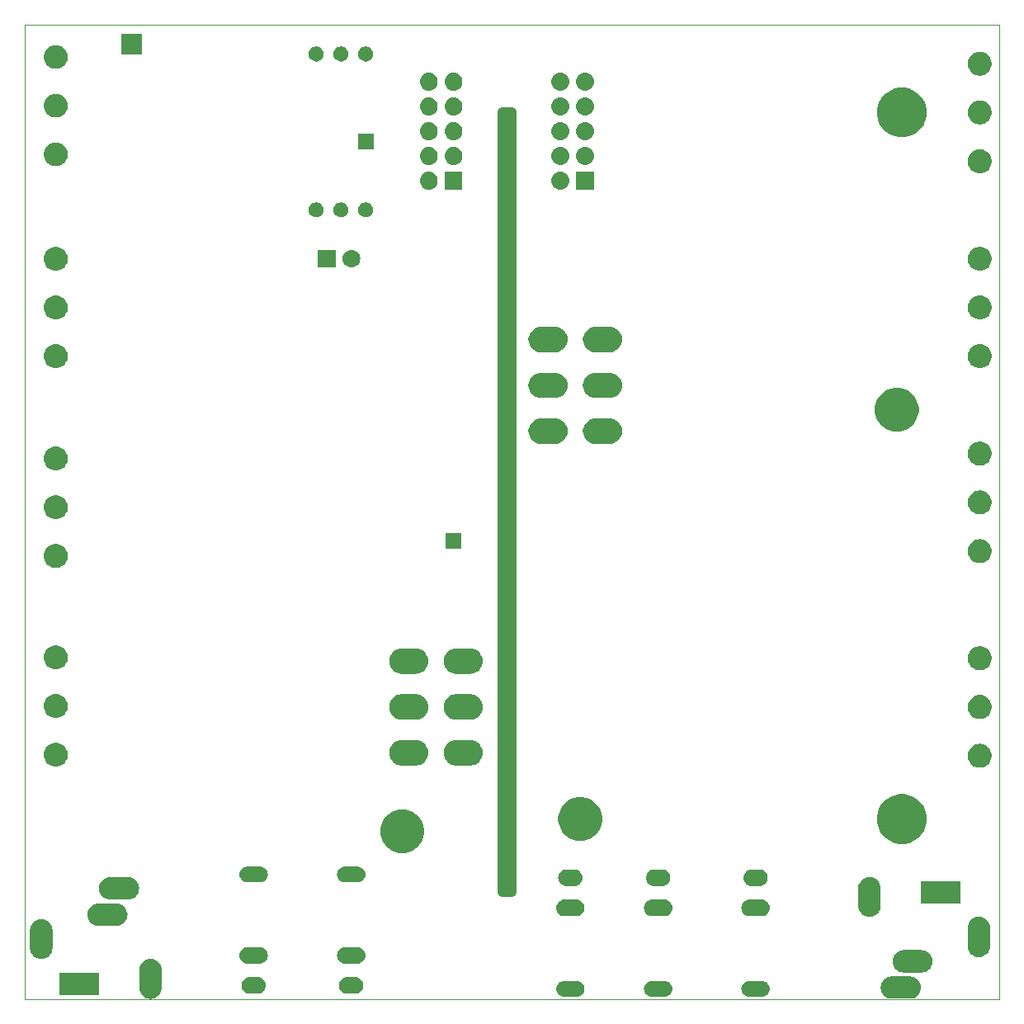
<source format=gbr>
%TF.GenerationSoftware,KiCad,Pcbnew,(5.1.0)-1*%
%TF.CreationDate,2019-10-04T20:50:26+02:00*%
%TF.ProjectId,KicadJE_AteOhAte,4b696361-644a-4455-9f41-74654f684174,rev?*%
%TF.SameCoordinates,Original*%
%TF.FileFunction,Soldermask,Top*%
%TF.FilePolarity,Negative*%
%FSLAX46Y46*%
G04 Gerber Fmt 4.6, Leading zero omitted, Abs format (unit mm)*
G04 Created by KiCad (PCBNEW (5.1.0)-1) date 2019-10-04 20:50:26*
%MOMM*%
%LPD*%
G04 APERTURE LIST*
%ADD10C,1.000000*%
%ADD11C,0.050000*%
%ADD12C,0.150000*%
G04 APERTURE END LIST*
D10*
X99000000Y-59000000D02*
X100000000Y-59000000D01*
X99000000Y-139000000D02*
X100000000Y-139000000D01*
X100000000Y-59000000D02*
X100000000Y-139000000D01*
X99000000Y-59000000D02*
X99000000Y-139000000D01*
D11*
X50000000Y-150000000D02*
X50000000Y-50000000D01*
X150000000Y-150000000D02*
X50000000Y-150000000D01*
X150000000Y-50000000D02*
X150000000Y-150000000D01*
X50000000Y-50000000D02*
X150000000Y-50000000D01*
D12*
G36*
X63125634Y-145865654D02*
G01*
X63342599Y-145931470D01*
X63342601Y-145931471D01*
X63542553Y-146038347D01*
X63542555Y-146038348D01*
X63542554Y-146038348D01*
X63717818Y-146182182D01*
X63782652Y-146261183D01*
X63861653Y-146357445D01*
X63960619Y-146542600D01*
X63968530Y-146557400D01*
X64034346Y-146774365D01*
X64051000Y-146943457D01*
X64051000Y-148856543D01*
X64034346Y-149025635D01*
X64018758Y-149077023D01*
X63968529Y-149242602D01*
X63861653Y-149442555D01*
X63717818Y-149617818D01*
X63542555Y-149761653D01*
X63342602Y-149868529D01*
X63342600Y-149868530D01*
X63125635Y-149934346D01*
X62900000Y-149956569D01*
X62674366Y-149934346D01*
X62457401Y-149868530D01*
X62457399Y-149868529D01*
X62257446Y-149761653D01*
X62082183Y-149617818D01*
X61938348Y-149442555D01*
X61831472Y-149242602D01*
X61781244Y-149077023D01*
X61765655Y-149025635D01*
X61749000Y-148856543D01*
X61749000Y-146943458D01*
X61765654Y-146774366D01*
X61831470Y-146557401D01*
X61938348Y-146357446D01*
X62082182Y-146182182D01*
X62182321Y-146100000D01*
X62257445Y-146038347D01*
X62457398Y-145931471D01*
X62457400Y-145931470D01*
X62674365Y-145865654D01*
X62900000Y-145843431D01*
X63125634Y-145865654D01*
X63125634Y-145865654D01*
G37*
G36*
X140969271Y-147660103D02*
G01*
X141025635Y-147665654D01*
X141242600Y-147731470D01*
X141242602Y-147731471D01*
X141442555Y-147838347D01*
X141617818Y-147982182D01*
X141761653Y-148157445D01*
X141865038Y-148350867D01*
X141868530Y-148357400D01*
X141934346Y-148574365D01*
X141956569Y-148800000D01*
X141934346Y-149025635D01*
X141918758Y-149077023D01*
X141868529Y-149242602D01*
X141761653Y-149442555D01*
X141617818Y-149617818D01*
X141442555Y-149761653D01*
X141242602Y-149868529D01*
X141242600Y-149868530D01*
X141025635Y-149934346D01*
X140969271Y-149939897D01*
X140856545Y-149951000D01*
X138943455Y-149951000D01*
X138830729Y-149939897D01*
X138774365Y-149934346D01*
X138557400Y-149868530D01*
X138557398Y-149868529D01*
X138357445Y-149761653D01*
X138182182Y-149617818D01*
X138038347Y-149442555D01*
X137931471Y-149242602D01*
X137881243Y-149077023D01*
X137865654Y-149025635D01*
X137843431Y-148800000D01*
X137865654Y-148574365D01*
X137931470Y-148357400D01*
X137934962Y-148350867D01*
X138038347Y-148157445D01*
X138182182Y-147982182D01*
X138357445Y-147838347D01*
X138557398Y-147731471D01*
X138557400Y-147731470D01*
X138774365Y-147665654D01*
X138830729Y-147660103D01*
X138943455Y-147649000D01*
X140856545Y-147649000D01*
X140969271Y-147660103D01*
X140969271Y-147660103D01*
G37*
G36*
X125728571Y-148122863D02*
G01*
X125807023Y-148130590D01*
X125895552Y-148157445D01*
X125958013Y-148176392D01*
X126097165Y-148250771D01*
X126219133Y-148350867D01*
X126319229Y-148472835D01*
X126393608Y-148611987D01*
X126393608Y-148611988D01*
X126439410Y-148762977D01*
X126454875Y-148920000D01*
X126439410Y-149077023D01*
X126408875Y-149177682D01*
X126393608Y-149228013D01*
X126319229Y-149367165D01*
X126219133Y-149489133D01*
X126097165Y-149589229D01*
X125958013Y-149663608D01*
X125907682Y-149678875D01*
X125807023Y-149709410D01*
X125728571Y-149717137D01*
X125689346Y-149721000D01*
X124310654Y-149721000D01*
X124271429Y-149717137D01*
X124192977Y-149709410D01*
X124092318Y-149678875D01*
X124041987Y-149663608D01*
X123902835Y-149589229D01*
X123780867Y-149489133D01*
X123680771Y-149367165D01*
X123606392Y-149228013D01*
X123591125Y-149177682D01*
X123560590Y-149077023D01*
X123545125Y-148920000D01*
X123560590Y-148762977D01*
X123606392Y-148611988D01*
X123606392Y-148611987D01*
X123680771Y-148472835D01*
X123780867Y-148350867D01*
X123902835Y-148250771D01*
X124041987Y-148176392D01*
X124104448Y-148157445D01*
X124192977Y-148130590D01*
X124271429Y-148122863D01*
X124310654Y-148119000D01*
X125689346Y-148119000D01*
X125728571Y-148122863D01*
X125728571Y-148122863D01*
G37*
G36*
X106728571Y-148122863D02*
G01*
X106807023Y-148130590D01*
X106895552Y-148157445D01*
X106958013Y-148176392D01*
X107097165Y-148250771D01*
X107219133Y-148350867D01*
X107319229Y-148472835D01*
X107393608Y-148611987D01*
X107393608Y-148611988D01*
X107439410Y-148762977D01*
X107454875Y-148920000D01*
X107439410Y-149077023D01*
X107408875Y-149177682D01*
X107393608Y-149228013D01*
X107319229Y-149367165D01*
X107219133Y-149489133D01*
X107097165Y-149589229D01*
X106958013Y-149663608D01*
X106907682Y-149678875D01*
X106807023Y-149709410D01*
X106728571Y-149717137D01*
X106689346Y-149721000D01*
X105310654Y-149721000D01*
X105271429Y-149717137D01*
X105192977Y-149709410D01*
X105092318Y-149678875D01*
X105041987Y-149663608D01*
X104902835Y-149589229D01*
X104780867Y-149489133D01*
X104680771Y-149367165D01*
X104606392Y-149228013D01*
X104591125Y-149177682D01*
X104560590Y-149077023D01*
X104545125Y-148920000D01*
X104560590Y-148762977D01*
X104606392Y-148611988D01*
X104606392Y-148611987D01*
X104680771Y-148472835D01*
X104780867Y-148350867D01*
X104902835Y-148250771D01*
X105041987Y-148176392D01*
X105104448Y-148157445D01*
X105192977Y-148130590D01*
X105271429Y-148122863D01*
X105310654Y-148119000D01*
X106689346Y-148119000D01*
X106728571Y-148122863D01*
X106728571Y-148122863D01*
G37*
G36*
X115728571Y-148122863D02*
G01*
X115807023Y-148130590D01*
X115895552Y-148157445D01*
X115958013Y-148176392D01*
X116097165Y-148250771D01*
X116219133Y-148350867D01*
X116319229Y-148472835D01*
X116393608Y-148611987D01*
X116393608Y-148611988D01*
X116439410Y-148762977D01*
X116454875Y-148920000D01*
X116439410Y-149077023D01*
X116408875Y-149177682D01*
X116393608Y-149228013D01*
X116319229Y-149367165D01*
X116219133Y-149489133D01*
X116097165Y-149589229D01*
X115958013Y-149663608D01*
X115907682Y-149678875D01*
X115807023Y-149709410D01*
X115728571Y-149717137D01*
X115689346Y-149721000D01*
X114310654Y-149721000D01*
X114271429Y-149717137D01*
X114192977Y-149709410D01*
X114092318Y-149678875D01*
X114041987Y-149663608D01*
X113902835Y-149589229D01*
X113780867Y-149489133D01*
X113680771Y-149367165D01*
X113606392Y-149228013D01*
X113591125Y-149177682D01*
X113560590Y-149077023D01*
X113545125Y-148920000D01*
X113560590Y-148762977D01*
X113606392Y-148611988D01*
X113606392Y-148611987D01*
X113680771Y-148472835D01*
X113780867Y-148350867D01*
X113902835Y-148250771D01*
X114041987Y-148176392D01*
X114104448Y-148157445D01*
X114192977Y-148130590D01*
X114271429Y-148122863D01*
X114310654Y-148119000D01*
X115689346Y-148119000D01*
X115728571Y-148122863D01*
X115728571Y-148122863D01*
G37*
G36*
X57651000Y-149551000D02*
G01*
X53549000Y-149551000D01*
X53549000Y-147249000D01*
X57651000Y-147249000D01*
X57651000Y-149551000D01*
X57651000Y-149551000D01*
G37*
G36*
X74066823Y-147741313D02*
G01*
X74227242Y-147789976D01*
X74359906Y-147860886D01*
X74375078Y-147868996D01*
X74504659Y-147975341D01*
X74611004Y-148104922D01*
X74611005Y-148104924D01*
X74690024Y-148252758D01*
X74738687Y-148413177D01*
X74755117Y-148580000D01*
X74738687Y-148746823D01*
X74690024Y-148907242D01*
X74619114Y-149039906D01*
X74611004Y-149055078D01*
X74504659Y-149184659D01*
X74375078Y-149291004D01*
X74375076Y-149291005D01*
X74227242Y-149370024D01*
X74066823Y-149418687D01*
X73941804Y-149431000D01*
X73058196Y-149431000D01*
X72933177Y-149418687D01*
X72772758Y-149370024D01*
X72624924Y-149291005D01*
X72624922Y-149291004D01*
X72495341Y-149184659D01*
X72388996Y-149055078D01*
X72380886Y-149039906D01*
X72309976Y-148907242D01*
X72261313Y-148746823D01*
X72244883Y-148580000D01*
X72261313Y-148413177D01*
X72309976Y-148252758D01*
X72388995Y-148104924D01*
X72388996Y-148104922D01*
X72495341Y-147975341D01*
X72624922Y-147868996D01*
X72640094Y-147860886D01*
X72772758Y-147789976D01*
X72933177Y-147741313D01*
X73058196Y-147729000D01*
X73941804Y-147729000D01*
X74066823Y-147741313D01*
X74066823Y-147741313D01*
G37*
G36*
X84066823Y-147741313D02*
G01*
X84227242Y-147789976D01*
X84359906Y-147860886D01*
X84375078Y-147868996D01*
X84504659Y-147975341D01*
X84611004Y-148104922D01*
X84611005Y-148104924D01*
X84690024Y-148252758D01*
X84738687Y-148413177D01*
X84755117Y-148580000D01*
X84738687Y-148746823D01*
X84690024Y-148907242D01*
X84619114Y-149039906D01*
X84611004Y-149055078D01*
X84504659Y-149184659D01*
X84375078Y-149291004D01*
X84375076Y-149291005D01*
X84227242Y-149370024D01*
X84066823Y-149418687D01*
X83941804Y-149431000D01*
X83058196Y-149431000D01*
X82933177Y-149418687D01*
X82772758Y-149370024D01*
X82624924Y-149291005D01*
X82624922Y-149291004D01*
X82495341Y-149184659D01*
X82388996Y-149055078D01*
X82380886Y-149039906D01*
X82309976Y-148907242D01*
X82261313Y-148746823D01*
X82244883Y-148580000D01*
X82261313Y-148413177D01*
X82309976Y-148252758D01*
X82388995Y-148104924D01*
X82388996Y-148104922D01*
X82495341Y-147975341D01*
X82624922Y-147868996D01*
X82640094Y-147860886D01*
X82772758Y-147789976D01*
X82933177Y-147741313D01*
X83058196Y-147729000D01*
X83941804Y-147729000D01*
X84066823Y-147741313D01*
X84066823Y-147741313D01*
G37*
G36*
X142169271Y-144960103D02*
G01*
X142225635Y-144965654D01*
X142442600Y-145031470D01*
X142442602Y-145031471D01*
X142642555Y-145138347D01*
X142817818Y-145282182D01*
X142961653Y-145457445D01*
X143062878Y-145646825D01*
X143068530Y-145657400D01*
X143134346Y-145874365D01*
X143156569Y-146100000D01*
X143134346Y-146325635D01*
X143132719Y-146331000D01*
X143068529Y-146542602D01*
X142961653Y-146742555D01*
X142817818Y-146917818D01*
X142642555Y-147061653D01*
X142442602Y-147168529D01*
X142442600Y-147168530D01*
X142225635Y-147234346D01*
X142169271Y-147239897D01*
X142056545Y-147251000D01*
X140143455Y-147251000D01*
X140030729Y-147239897D01*
X139974365Y-147234346D01*
X139757400Y-147168530D01*
X139757398Y-147168529D01*
X139557445Y-147061653D01*
X139382182Y-146917818D01*
X139238347Y-146742555D01*
X139131471Y-146542602D01*
X139067282Y-146331000D01*
X139065654Y-146325635D01*
X139043431Y-146100000D01*
X139065654Y-145874365D01*
X139131470Y-145657400D01*
X139137122Y-145646825D01*
X139238347Y-145457445D01*
X139382182Y-145282182D01*
X139557445Y-145138347D01*
X139757398Y-145031471D01*
X139757400Y-145031470D01*
X139974365Y-144965654D01*
X140030729Y-144960103D01*
X140143455Y-144949000D01*
X142056545Y-144949000D01*
X142169271Y-144960103D01*
X142169271Y-144960103D01*
G37*
G36*
X84266823Y-144641313D02*
G01*
X84427242Y-144689976D01*
X84493951Y-144725633D01*
X84575078Y-144768996D01*
X84704659Y-144875341D01*
X84811004Y-145004922D01*
X84811005Y-145004924D01*
X84890024Y-145152758D01*
X84938687Y-145313177D01*
X84955117Y-145480000D01*
X84938687Y-145646823D01*
X84890024Y-145807242D01*
X84863658Y-145856569D01*
X84811004Y-145955078D01*
X84704659Y-146084659D01*
X84575078Y-146191004D01*
X84575076Y-146191005D01*
X84427242Y-146270024D01*
X84266823Y-146318687D01*
X84141804Y-146331000D01*
X82858196Y-146331000D01*
X82733177Y-146318687D01*
X82572758Y-146270024D01*
X82424924Y-146191005D01*
X82424922Y-146191004D01*
X82295341Y-146084659D01*
X82188996Y-145955078D01*
X82136342Y-145856569D01*
X82109976Y-145807242D01*
X82061313Y-145646823D01*
X82044883Y-145480000D01*
X82061313Y-145313177D01*
X82109976Y-145152758D01*
X82188995Y-145004924D01*
X82188996Y-145004922D01*
X82295341Y-144875341D01*
X82424922Y-144768996D01*
X82506049Y-144725633D01*
X82572758Y-144689976D01*
X82733177Y-144641313D01*
X82858196Y-144629000D01*
X84141804Y-144629000D01*
X84266823Y-144641313D01*
X84266823Y-144641313D01*
G37*
G36*
X74266823Y-144641313D02*
G01*
X74427242Y-144689976D01*
X74493951Y-144725633D01*
X74575078Y-144768996D01*
X74704659Y-144875341D01*
X74811004Y-145004922D01*
X74811005Y-145004924D01*
X74890024Y-145152758D01*
X74938687Y-145313177D01*
X74955117Y-145480000D01*
X74938687Y-145646823D01*
X74890024Y-145807242D01*
X74863658Y-145856569D01*
X74811004Y-145955078D01*
X74704659Y-146084659D01*
X74575078Y-146191004D01*
X74575076Y-146191005D01*
X74427242Y-146270024D01*
X74266823Y-146318687D01*
X74141804Y-146331000D01*
X72858196Y-146331000D01*
X72733177Y-146318687D01*
X72572758Y-146270024D01*
X72424924Y-146191005D01*
X72424922Y-146191004D01*
X72295341Y-146084659D01*
X72188996Y-145955078D01*
X72136342Y-145856569D01*
X72109976Y-145807242D01*
X72061313Y-145646823D01*
X72044883Y-145480000D01*
X72061313Y-145313177D01*
X72109976Y-145152758D01*
X72188995Y-145004924D01*
X72188996Y-145004922D01*
X72295341Y-144875341D01*
X72424922Y-144768996D01*
X72506049Y-144725633D01*
X72572758Y-144689976D01*
X72733177Y-144641313D01*
X72858196Y-144629000D01*
X74141804Y-144629000D01*
X74266823Y-144641313D01*
X74266823Y-144641313D01*
G37*
G36*
X51925634Y-141765654D02*
G01*
X52142599Y-141831470D01*
X52142601Y-141831471D01*
X52342553Y-141938347D01*
X52342555Y-141938348D01*
X52342554Y-141938348D01*
X52517818Y-142082182D01*
X52582652Y-142161183D01*
X52661653Y-142257445D01*
X52765109Y-142451000D01*
X52768530Y-142457400D01*
X52824970Y-142643457D01*
X52834346Y-142674366D01*
X52851000Y-142843455D01*
X52851000Y-144756545D01*
X52839897Y-144869271D01*
X52834346Y-144925635D01*
X52768544Y-145142555D01*
X52768529Y-145142602D01*
X52661653Y-145342555D01*
X52517818Y-145517818D01*
X52342555Y-145661653D01*
X52142602Y-145768529D01*
X52142600Y-145768530D01*
X51925635Y-145834346D01*
X51700000Y-145856569D01*
X51474366Y-145834346D01*
X51257401Y-145768530D01*
X51257399Y-145768529D01*
X51057446Y-145661653D01*
X50882183Y-145517818D01*
X50738348Y-145342555D01*
X50631472Y-145142602D01*
X50631458Y-145142555D01*
X50565655Y-144925635D01*
X50557327Y-144841089D01*
X50549000Y-144756544D01*
X50549000Y-142843456D01*
X50565654Y-142674367D01*
X50565654Y-142674366D01*
X50631470Y-142457401D01*
X50736099Y-142261653D01*
X50738347Y-142257447D01*
X50852937Y-142117818D01*
X50882182Y-142082182D01*
X50961183Y-142017348D01*
X51057445Y-141938347D01*
X51257398Y-141831471D01*
X51257400Y-141831470D01*
X51474365Y-141765654D01*
X51700000Y-141743431D01*
X51925634Y-141765654D01*
X51925634Y-141765654D01*
G37*
G36*
X148125635Y-141565654D02*
G01*
X148342600Y-141631470D01*
X148342602Y-141631471D01*
X148542555Y-141738347D01*
X148717818Y-141882182D01*
X148861653Y-142057445D01*
X148968529Y-142257398D01*
X148968530Y-142257400D01*
X149034346Y-142474365D01*
X149051000Y-142643457D01*
X149051000Y-144556543D01*
X149034346Y-144725635D01*
X148973677Y-144925634D01*
X148968529Y-144942602D01*
X148861653Y-145142555D01*
X148782652Y-145238817D01*
X148717818Y-145317818D01*
X148569204Y-145439781D01*
X148542553Y-145461653D01*
X148437475Y-145517818D01*
X148342599Y-145568530D01*
X148125634Y-145634346D01*
X147900000Y-145656569D01*
X147674365Y-145634346D01*
X147457400Y-145568530D01*
X147457398Y-145568529D01*
X147257445Y-145461653D01*
X147161183Y-145382652D01*
X147082182Y-145317818D01*
X146960219Y-145169204D01*
X146938347Y-145142553D01*
X146831471Y-144942601D01*
X146811068Y-144875341D01*
X146765654Y-144725634D01*
X146749000Y-144556542D01*
X146749000Y-142643457D01*
X146765655Y-142474365D01*
X146831471Y-142257400D01*
X146831472Y-142257398D01*
X146938348Y-142057445D01*
X147082183Y-141882182D01*
X147257446Y-141738347D01*
X147457399Y-141631471D01*
X147457401Y-141631470D01*
X147674366Y-141565654D01*
X147900000Y-141543431D01*
X148125635Y-141565654D01*
X148125635Y-141565654D01*
G37*
G36*
X59569271Y-140160103D02*
G01*
X59625635Y-140165654D01*
X59842600Y-140231470D01*
X59842602Y-140231471D01*
X60042555Y-140338347D01*
X60217818Y-140482182D01*
X60361653Y-140657445D01*
X60430806Y-140786823D01*
X60468530Y-140857400D01*
X60534346Y-141074365D01*
X60556569Y-141300000D01*
X60534346Y-141525635D01*
X60469820Y-141738348D01*
X60468529Y-141742602D01*
X60361653Y-141942555D01*
X60217818Y-142117818D01*
X60042555Y-142261653D01*
X59842602Y-142368529D01*
X59842600Y-142368530D01*
X59625635Y-142434346D01*
X59569271Y-142439897D01*
X59456545Y-142451000D01*
X57543455Y-142451000D01*
X57430729Y-142439897D01*
X57374365Y-142434346D01*
X57157400Y-142368530D01*
X57157398Y-142368529D01*
X56957445Y-142261653D01*
X56782182Y-142117818D01*
X56638347Y-141942555D01*
X56531471Y-141742602D01*
X56530181Y-141738348D01*
X56465654Y-141525635D01*
X56443431Y-141300000D01*
X56465654Y-141074365D01*
X56531470Y-140857400D01*
X56569194Y-140786823D01*
X56638347Y-140657445D01*
X56782182Y-140482182D01*
X56957445Y-140338347D01*
X57157398Y-140231471D01*
X57157400Y-140231470D01*
X57374365Y-140165654D01*
X57430729Y-140160103D01*
X57543455Y-140149000D01*
X59456545Y-140149000D01*
X59569271Y-140160103D01*
X59569271Y-140160103D01*
G37*
G36*
X136925635Y-137465654D02*
G01*
X137142600Y-137531470D01*
X137142602Y-137531471D01*
X137342555Y-137638347D01*
X137517818Y-137782182D01*
X137661653Y-137957445D01*
X137751030Y-138124659D01*
X137768530Y-138157400D01*
X137834346Y-138374365D01*
X137851000Y-138543457D01*
X137851000Y-140456543D01*
X137834346Y-140625635D01*
X137785450Y-140786823D01*
X137768529Y-140842602D01*
X137661653Y-141042555D01*
X137618548Y-141095078D01*
X137517818Y-141217818D01*
X137417678Y-141300000D01*
X137342553Y-141361653D01*
X137161016Y-141458686D01*
X137142599Y-141468530D01*
X136925634Y-141534346D01*
X136700000Y-141556569D01*
X136474365Y-141534346D01*
X136257400Y-141468530D01*
X136238983Y-141458686D01*
X136057445Y-141361653D01*
X135961183Y-141282652D01*
X135882182Y-141217818D01*
X135738348Y-141042554D01*
X135687403Y-140947242D01*
X135631471Y-140842601D01*
X135614551Y-140786823D01*
X135565654Y-140625634D01*
X135549000Y-140456542D01*
X135549000Y-138543457D01*
X135565655Y-138374365D01*
X135631471Y-138157400D01*
X135648971Y-138124659D01*
X135738348Y-137957445D01*
X135882183Y-137782182D01*
X136057446Y-137638347D01*
X136257399Y-137531471D01*
X136257401Y-137531470D01*
X136474366Y-137465654D01*
X136700000Y-137443431D01*
X136925635Y-137465654D01*
X136925635Y-137465654D01*
G37*
G36*
X125766823Y-139781313D02*
G01*
X125927242Y-139829976D01*
X126059906Y-139900886D01*
X126075078Y-139908996D01*
X126204659Y-140015341D01*
X126311004Y-140144922D01*
X126311005Y-140144924D01*
X126390024Y-140292758D01*
X126438687Y-140453177D01*
X126455117Y-140620000D01*
X126438687Y-140786823D01*
X126390024Y-140947242D01*
X126339078Y-141042555D01*
X126311004Y-141095078D01*
X126204659Y-141224659D01*
X126075078Y-141331004D01*
X126075076Y-141331005D01*
X125927242Y-141410024D01*
X125766823Y-141458687D01*
X125641804Y-141471000D01*
X124358196Y-141471000D01*
X124233177Y-141458687D01*
X124072758Y-141410024D01*
X123924924Y-141331005D01*
X123924922Y-141331004D01*
X123795341Y-141224659D01*
X123688996Y-141095078D01*
X123660922Y-141042555D01*
X123609976Y-140947242D01*
X123561313Y-140786823D01*
X123544883Y-140620000D01*
X123561313Y-140453177D01*
X123609976Y-140292758D01*
X123688995Y-140144924D01*
X123688996Y-140144922D01*
X123795341Y-140015341D01*
X123924922Y-139908996D01*
X123940094Y-139900886D01*
X124072758Y-139829976D01*
X124233177Y-139781313D01*
X124358196Y-139769000D01*
X125641804Y-139769000D01*
X125766823Y-139781313D01*
X125766823Y-139781313D01*
G37*
G36*
X106766823Y-139781313D02*
G01*
X106927242Y-139829976D01*
X107059906Y-139900886D01*
X107075078Y-139908996D01*
X107204659Y-140015341D01*
X107311004Y-140144922D01*
X107311005Y-140144924D01*
X107390024Y-140292758D01*
X107438687Y-140453177D01*
X107455117Y-140620000D01*
X107438687Y-140786823D01*
X107390024Y-140947242D01*
X107339078Y-141042555D01*
X107311004Y-141095078D01*
X107204659Y-141224659D01*
X107075078Y-141331004D01*
X107075076Y-141331005D01*
X106927242Y-141410024D01*
X106766823Y-141458687D01*
X106641804Y-141471000D01*
X105358196Y-141471000D01*
X105233177Y-141458687D01*
X105072758Y-141410024D01*
X104924924Y-141331005D01*
X104924922Y-141331004D01*
X104795341Y-141224659D01*
X104688996Y-141095078D01*
X104660922Y-141042555D01*
X104609976Y-140947242D01*
X104561313Y-140786823D01*
X104544883Y-140620000D01*
X104561313Y-140453177D01*
X104609976Y-140292758D01*
X104688995Y-140144924D01*
X104688996Y-140144922D01*
X104795341Y-140015341D01*
X104924922Y-139908996D01*
X104940094Y-139900886D01*
X105072758Y-139829976D01*
X105233177Y-139781313D01*
X105358196Y-139769000D01*
X106641804Y-139769000D01*
X106766823Y-139781313D01*
X106766823Y-139781313D01*
G37*
G36*
X115766823Y-139781313D02*
G01*
X115927242Y-139829976D01*
X116059906Y-139900886D01*
X116075078Y-139908996D01*
X116204659Y-140015341D01*
X116311004Y-140144922D01*
X116311005Y-140144924D01*
X116390024Y-140292758D01*
X116438687Y-140453177D01*
X116455117Y-140620000D01*
X116438687Y-140786823D01*
X116390024Y-140947242D01*
X116339078Y-141042555D01*
X116311004Y-141095078D01*
X116204659Y-141224659D01*
X116075078Y-141331004D01*
X116075076Y-141331005D01*
X115927242Y-141410024D01*
X115766823Y-141458687D01*
X115641804Y-141471000D01*
X114358196Y-141471000D01*
X114233177Y-141458687D01*
X114072758Y-141410024D01*
X113924924Y-141331005D01*
X113924922Y-141331004D01*
X113795341Y-141224659D01*
X113688996Y-141095078D01*
X113660922Y-141042555D01*
X113609976Y-140947242D01*
X113561313Y-140786823D01*
X113544883Y-140620000D01*
X113561313Y-140453177D01*
X113609976Y-140292758D01*
X113688995Y-140144924D01*
X113688996Y-140144922D01*
X113795341Y-140015341D01*
X113924922Y-139908996D01*
X113940094Y-139900886D01*
X114072758Y-139829976D01*
X114233177Y-139781313D01*
X114358196Y-139769000D01*
X115641804Y-139769000D01*
X115766823Y-139781313D01*
X115766823Y-139781313D01*
G37*
G36*
X146051000Y-140151000D02*
G01*
X141949000Y-140151000D01*
X141949000Y-137849000D01*
X146051000Y-137849000D01*
X146051000Y-140151000D01*
X146051000Y-140151000D01*
G37*
G36*
X60769271Y-137460103D02*
G01*
X60825635Y-137465654D01*
X61042600Y-137531470D01*
X61042602Y-137531471D01*
X61242555Y-137638347D01*
X61417818Y-137782182D01*
X61561653Y-137957445D01*
X61651030Y-138124659D01*
X61668530Y-138157400D01*
X61729590Y-138358687D01*
X61734346Y-138374366D01*
X61756569Y-138600000D01*
X61734346Y-138825634D01*
X61668529Y-139042602D01*
X61561653Y-139242555D01*
X61417818Y-139417818D01*
X61242555Y-139561653D01*
X61042602Y-139668529D01*
X61042600Y-139668530D01*
X60825635Y-139734346D01*
X60769271Y-139739897D01*
X60656545Y-139751000D01*
X58743455Y-139751000D01*
X58630729Y-139739897D01*
X58574365Y-139734346D01*
X58357400Y-139668530D01*
X58357398Y-139668529D01*
X58157445Y-139561653D01*
X57982182Y-139417818D01*
X57838347Y-139242555D01*
X57731471Y-139042602D01*
X57665654Y-138825634D01*
X57643431Y-138600000D01*
X57665654Y-138374366D01*
X57670410Y-138358687D01*
X57731470Y-138157400D01*
X57748970Y-138124659D01*
X57838347Y-137957445D01*
X57982182Y-137782182D01*
X58157445Y-137638347D01*
X58357398Y-137531471D01*
X58357400Y-137531470D01*
X58574365Y-137465654D01*
X58630729Y-137460103D01*
X58743455Y-137449000D01*
X60656545Y-137449000D01*
X60769271Y-137460103D01*
X60769271Y-137460103D01*
G37*
G36*
X115566823Y-136681313D02*
G01*
X115727242Y-136729976D01*
X115859906Y-136800886D01*
X115875078Y-136808996D01*
X116004659Y-136915341D01*
X116111004Y-137044922D01*
X116111005Y-137044924D01*
X116190024Y-137192758D01*
X116238687Y-137353177D01*
X116255117Y-137520000D01*
X116238687Y-137686823D01*
X116190024Y-137847242D01*
X116149205Y-137923608D01*
X116111004Y-137995078D01*
X116004659Y-138124659D01*
X115875078Y-138231004D01*
X115875076Y-138231005D01*
X115727242Y-138310024D01*
X115566823Y-138358687D01*
X115441804Y-138371000D01*
X114558196Y-138371000D01*
X114433177Y-138358687D01*
X114272758Y-138310024D01*
X114124924Y-138231005D01*
X114124922Y-138231004D01*
X113995341Y-138124659D01*
X113888996Y-137995078D01*
X113850795Y-137923608D01*
X113809976Y-137847242D01*
X113761313Y-137686823D01*
X113744883Y-137520000D01*
X113761313Y-137353177D01*
X113809976Y-137192758D01*
X113888995Y-137044924D01*
X113888996Y-137044922D01*
X113995341Y-136915341D01*
X114124922Y-136808996D01*
X114140094Y-136800886D01*
X114272758Y-136729976D01*
X114433177Y-136681313D01*
X114558196Y-136669000D01*
X115441804Y-136669000D01*
X115566823Y-136681313D01*
X115566823Y-136681313D01*
G37*
G36*
X106566823Y-136681313D02*
G01*
X106727242Y-136729976D01*
X106859906Y-136800886D01*
X106875078Y-136808996D01*
X107004659Y-136915341D01*
X107111004Y-137044922D01*
X107111005Y-137044924D01*
X107190024Y-137192758D01*
X107238687Y-137353177D01*
X107255117Y-137520000D01*
X107238687Y-137686823D01*
X107190024Y-137847242D01*
X107149205Y-137923608D01*
X107111004Y-137995078D01*
X107004659Y-138124659D01*
X106875078Y-138231004D01*
X106875076Y-138231005D01*
X106727242Y-138310024D01*
X106566823Y-138358687D01*
X106441804Y-138371000D01*
X105558196Y-138371000D01*
X105433177Y-138358687D01*
X105272758Y-138310024D01*
X105124924Y-138231005D01*
X105124922Y-138231004D01*
X104995341Y-138124659D01*
X104888996Y-137995078D01*
X104850795Y-137923608D01*
X104809976Y-137847242D01*
X104761313Y-137686823D01*
X104744883Y-137520000D01*
X104761313Y-137353177D01*
X104809976Y-137192758D01*
X104888995Y-137044924D01*
X104888996Y-137044922D01*
X104995341Y-136915341D01*
X105124922Y-136808996D01*
X105140094Y-136800886D01*
X105272758Y-136729976D01*
X105433177Y-136681313D01*
X105558196Y-136669000D01*
X106441804Y-136669000D01*
X106566823Y-136681313D01*
X106566823Y-136681313D01*
G37*
G36*
X125566823Y-136681313D02*
G01*
X125727242Y-136729976D01*
X125859906Y-136800886D01*
X125875078Y-136808996D01*
X126004659Y-136915341D01*
X126111004Y-137044922D01*
X126111005Y-137044924D01*
X126190024Y-137192758D01*
X126238687Y-137353177D01*
X126255117Y-137520000D01*
X126238687Y-137686823D01*
X126190024Y-137847242D01*
X126149205Y-137923608D01*
X126111004Y-137995078D01*
X126004659Y-138124659D01*
X125875078Y-138231004D01*
X125875076Y-138231005D01*
X125727242Y-138310024D01*
X125566823Y-138358687D01*
X125441804Y-138371000D01*
X124558196Y-138371000D01*
X124433177Y-138358687D01*
X124272758Y-138310024D01*
X124124924Y-138231005D01*
X124124922Y-138231004D01*
X123995341Y-138124659D01*
X123888996Y-137995078D01*
X123850795Y-137923608D01*
X123809976Y-137847242D01*
X123761313Y-137686823D01*
X123744883Y-137520000D01*
X123761313Y-137353177D01*
X123809976Y-137192758D01*
X123888995Y-137044924D01*
X123888996Y-137044922D01*
X123995341Y-136915341D01*
X124124922Y-136808996D01*
X124140094Y-136800886D01*
X124272758Y-136729976D01*
X124433177Y-136681313D01*
X124558196Y-136669000D01*
X125441804Y-136669000D01*
X125566823Y-136681313D01*
X125566823Y-136681313D01*
G37*
G36*
X74228571Y-136382863D02*
G01*
X74307023Y-136390590D01*
X74407682Y-136421125D01*
X74458013Y-136436392D01*
X74597165Y-136510771D01*
X74719133Y-136610867D01*
X74819229Y-136732835D01*
X74893608Y-136871987D01*
X74893608Y-136871988D01*
X74939410Y-137022977D01*
X74954875Y-137180000D01*
X74939410Y-137337023D01*
X74908875Y-137437682D01*
X74893608Y-137488013D01*
X74819229Y-137627165D01*
X74719133Y-137749133D01*
X74597165Y-137849229D01*
X74458013Y-137923608D01*
X74407682Y-137938875D01*
X74307023Y-137969410D01*
X74228571Y-137977137D01*
X74189346Y-137981000D01*
X72810654Y-137981000D01*
X72771429Y-137977137D01*
X72692977Y-137969410D01*
X72592318Y-137938875D01*
X72541987Y-137923608D01*
X72402835Y-137849229D01*
X72280867Y-137749133D01*
X72180771Y-137627165D01*
X72106392Y-137488013D01*
X72091125Y-137437682D01*
X72060590Y-137337023D01*
X72045125Y-137180000D01*
X72060590Y-137022977D01*
X72106392Y-136871988D01*
X72106392Y-136871987D01*
X72180771Y-136732835D01*
X72280867Y-136610867D01*
X72402835Y-136510771D01*
X72541987Y-136436392D01*
X72592318Y-136421125D01*
X72692977Y-136390590D01*
X72771429Y-136382863D01*
X72810654Y-136379000D01*
X74189346Y-136379000D01*
X74228571Y-136382863D01*
X74228571Y-136382863D01*
G37*
G36*
X84228571Y-136382863D02*
G01*
X84307023Y-136390590D01*
X84407682Y-136421125D01*
X84458013Y-136436392D01*
X84597165Y-136510771D01*
X84719133Y-136610867D01*
X84819229Y-136732835D01*
X84893608Y-136871987D01*
X84893608Y-136871988D01*
X84939410Y-137022977D01*
X84954875Y-137180000D01*
X84939410Y-137337023D01*
X84908875Y-137437682D01*
X84893608Y-137488013D01*
X84819229Y-137627165D01*
X84719133Y-137749133D01*
X84597165Y-137849229D01*
X84458013Y-137923608D01*
X84407682Y-137938875D01*
X84307023Y-137969410D01*
X84228571Y-137977137D01*
X84189346Y-137981000D01*
X82810654Y-137981000D01*
X82771429Y-137977137D01*
X82692977Y-137969410D01*
X82592318Y-137938875D01*
X82541987Y-137923608D01*
X82402835Y-137849229D01*
X82280867Y-137749133D01*
X82180771Y-137627165D01*
X82106392Y-137488013D01*
X82091125Y-137437682D01*
X82060590Y-137337023D01*
X82045125Y-137180000D01*
X82060590Y-137022977D01*
X82106392Y-136871988D01*
X82106392Y-136871987D01*
X82180771Y-136732835D01*
X82280867Y-136610867D01*
X82402835Y-136510771D01*
X82541987Y-136436392D01*
X82592318Y-136421125D01*
X82692977Y-136390590D01*
X82771429Y-136382863D01*
X82810654Y-136379000D01*
X84189346Y-136379000D01*
X84228571Y-136382863D01*
X84228571Y-136382863D01*
G37*
G36*
X89025880Y-130509776D02*
G01*
X89406593Y-130585504D01*
X89816249Y-130755189D01*
X90184929Y-131001534D01*
X90498466Y-131315071D01*
X90744811Y-131683751D01*
X90914496Y-132093407D01*
X91001000Y-132528296D01*
X91001000Y-132971704D01*
X90914496Y-133406593D01*
X90744811Y-133816249D01*
X90498466Y-134184929D01*
X90184929Y-134498466D01*
X89816249Y-134744811D01*
X89406593Y-134914496D01*
X89025880Y-134990224D01*
X88971705Y-135001000D01*
X88528295Y-135001000D01*
X88474120Y-134990224D01*
X88093407Y-134914496D01*
X87683751Y-134744811D01*
X87315071Y-134498466D01*
X87001534Y-134184929D01*
X86755189Y-133816249D01*
X86585504Y-133406593D01*
X86499000Y-132971704D01*
X86499000Y-132528296D01*
X86585504Y-132093407D01*
X86755189Y-131683751D01*
X87001534Y-131315071D01*
X87315071Y-131001534D01*
X87683751Y-130755189D01*
X88093407Y-130585504D01*
X88474120Y-130509776D01*
X88528295Y-130499000D01*
X88971705Y-130499000D01*
X89025880Y-130509776D01*
X89025880Y-130509776D01*
G37*
G36*
X140744098Y-129047033D02*
G01*
X141208350Y-129239332D01*
X141208352Y-129239333D01*
X141626168Y-129518509D01*
X141981491Y-129873832D01*
X142260667Y-130291648D01*
X142260668Y-130291650D01*
X142452967Y-130755902D01*
X142551000Y-131248747D01*
X142551000Y-131751253D01*
X142452967Y-132244098D01*
X142291865Y-132633033D01*
X142260667Y-132708352D01*
X141981491Y-133126168D01*
X141626168Y-133481491D01*
X141208352Y-133760667D01*
X141208351Y-133760668D01*
X141208350Y-133760668D01*
X140744098Y-133952967D01*
X140251253Y-134051000D01*
X139748747Y-134051000D01*
X139255902Y-133952967D01*
X138791650Y-133760668D01*
X138791649Y-133760668D01*
X138791648Y-133760667D01*
X138373832Y-133481491D01*
X138018509Y-133126168D01*
X137739333Y-132708352D01*
X137708135Y-132633033D01*
X137547033Y-132244098D01*
X137449000Y-131751253D01*
X137449000Y-131248747D01*
X137547033Y-130755902D01*
X137739332Y-130291650D01*
X137739333Y-130291648D01*
X138018509Y-129873832D01*
X138373832Y-129518509D01*
X138791648Y-129239333D01*
X138791650Y-129239332D01*
X139255902Y-129047033D01*
X139748747Y-128949000D01*
X140251253Y-128949000D01*
X140744098Y-129047033D01*
X140744098Y-129047033D01*
G37*
G36*
X107275880Y-129259776D02*
G01*
X107656593Y-129335504D01*
X108066249Y-129505189D01*
X108434929Y-129751534D01*
X108748466Y-130065071D01*
X108994811Y-130433751D01*
X109164496Y-130843407D01*
X109251000Y-131278296D01*
X109251000Y-131721704D01*
X109164496Y-132156593D01*
X108994811Y-132566249D01*
X108748466Y-132934929D01*
X108434929Y-133248466D01*
X108066249Y-133494811D01*
X107656593Y-133664496D01*
X107275880Y-133740224D01*
X107221705Y-133751000D01*
X106778295Y-133751000D01*
X106724120Y-133740224D01*
X106343407Y-133664496D01*
X105933751Y-133494811D01*
X105565071Y-133248466D01*
X105251534Y-132934929D01*
X105005189Y-132566249D01*
X104835504Y-132156593D01*
X104749000Y-131721704D01*
X104749000Y-131278296D01*
X104835504Y-130843407D01*
X105005189Y-130433751D01*
X105251534Y-130065071D01*
X105565071Y-129751534D01*
X105933751Y-129505189D01*
X106343407Y-129335504D01*
X106724120Y-129259776D01*
X106778295Y-129249000D01*
X107221705Y-129249000D01*
X107275880Y-129259776D01*
X107275880Y-129259776D01*
G37*
G36*
X148238205Y-123802461D02*
G01*
X148356153Y-123825922D01*
X148448194Y-123864047D01*
X148578359Y-123917963D01*
X148778342Y-124051587D01*
X148948413Y-124221658D01*
X149082037Y-124421641D01*
X149174078Y-124643848D01*
X149221000Y-124879741D01*
X149221000Y-125120259D01*
X149174078Y-125356152D01*
X149082037Y-125578359D01*
X148948413Y-125778342D01*
X148778342Y-125948413D01*
X148578359Y-126082037D01*
X148448194Y-126135953D01*
X148356153Y-126174078D01*
X148238205Y-126197539D01*
X148120259Y-126221000D01*
X147879741Y-126221000D01*
X147761795Y-126197539D01*
X147643847Y-126174078D01*
X147551806Y-126135953D01*
X147421641Y-126082037D01*
X147221658Y-125948413D01*
X147051587Y-125778342D01*
X146917963Y-125578359D01*
X146825922Y-125356152D01*
X146779000Y-125120259D01*
X146779000Y-124879741D01*
X146825922Y-124643848D01*
X146917963Y-124421641D01*
X147051587Y-124221658D01*
X147221658Y-124051587D01*
X147421641Y-123917963D01*
X147551806Y-123864047D01*
X147643847Y-123825922D01*
X147761795Y-123802461D01*
X147879741Y-123779000D01*
X148120259Y-123779000D01*
X148238205Y-123802461D01*
X148238205Y-123802461D01*
G37*
G36*
X53556153Y-123725922D02*
G01*
X53648194Y-123764047D01*
X53778359Y-123817963D01*
X53978342Y-123951587D01*
X54148413Y-124121658D01*
X54282037Y-124321641D01*
X54374078Y-124543848D01*
X54421000Y-124779741D01*
X54421000Y-125020259D01*
X54374078Y-125256152D01*
X54282037Y-125478359D01*
X54148413Y-125678342D01*
X53978342Y-125848413D01*
X53778359Y-125982037D01*
X53648194Y-126035953D01*
X53556153Y-126074078D01*
X53438205Y-126097539D01*
X53320259Y-126121000D01*
X53079741Y-126121000D01*
X52961795Y-126097539D01*
X52843847Y-126074078D01*
X52751806Y-126035953D01*
X52621641Y-125982037D01*
X52421658Y-125848413D01*
X52251587Y-125678342D01*
X52117963Y-125478359D01*
X52025922Y-125256152D01*
X51979000Y-125020259D01*
X51979000Y-124779741D01*
X52025922Y-124543848D01*
X52117963Y-124321641D01*
X52251587Y-124121658D01*
X52421658Y-123951587D01*
X52621641Y-123817963D01*
X52751806Y-123764047D01*
X52843847Y-123725922D01*
X53079741Y-123679000D01*
X53320259Y-123679000D01*
X53556153Y-123725922D01*
X53556153Y-123725922D01*
G37*
G36*
X95859473Y-123408413D02*
G01*
X95955040Y-123417825D01*
X96200280Y-123492218D01*
X96426294Y-123613025D01*
X96477899Y-123655376D01*
X96624397Y-123775603D01*
X96744624Y-123922101D01*
X96786975Y-123973706D01*
X96907782Y-124199720D01*
X96982175Y-124444960D01*
X97007294Y-124700000D01*
X96982175Y-124955040D01*
X96907782Y-125200280D01*
X96786975Y-125426294D01*
X96744624Y-125477899D01*
X96624397Y-125624397D01*
X96477899Y-125744624D01*
X96426294Y-125786975D01*
X96200280Y-125907782D01*
X95955040Y-125982175D01*
X95859473Y-125991587D01*
X95763906Y-126001000D01*
X94236094Y-126001000D01*
X94140527Y-125991587D01*
X94044960Y-125982175D01*
X93799720Y-125907782D01*
X93573706Y-125786975D01*
X93522101Y-125744624D01*
X93375603Y-125624397D01*
X93255376Y-125477899D01*
X93213025Y-125426294D01*
X93092218Y-125200280D01*
X93017825Y-124955040D01*
X92992706Y-124700000D01*
X93017825Y-124444960D01*
X93092218Y-124199720D01*
X93213025Y-123973706D01*
X93255376Y-123922101D01*
X93375603Y-123775603D01*
X93522101Y-123655376D01*
X93573706Y-123613025D01*
X93799720Y-123492218D01*
X94044960Y-123417825D01*
X94140527Y-123408413D01*
X94236094Y-123399000D01*
X95763906Y-123399000D01*
X95859473Y-123408413D01*
X95859473Y-123408413D01*
G37*
G36*
X90271473Y-123408413D02*
G01*
X90367040Y-123417825D01*
X90612280Y-123492218D01*
X90838294Y-123613025D01*
X90889899Y-123655376D01*
X91036397Y-123775603D01*
X91156624Y-123922101D01*
X91198975Y-123973706D01*
X91319782Y-124199720D01*
X91394175Y-124444960D01*
X91419294Y-124700000D01*
X91394175Y-124955040D01*
X91319782Y-125200280D01*
X91198975Y-125426294D01*
X91156624Y-125477899D01*
X91036397Y-125624397D01*
X90889899Y-125744624D01*
X90838294Y-125786975D01*
X90612280Y-125907782D01*
X90367040Y-125982175D01*
X90271473Y-125991587D01*
X90175906Y-126001000D01*
X88648094Y-126001000D01*
X88552527Y-125991587D01*
X88456960Y-125982175D01*
X88211720Y-125907782D01*
X87985706Y-125786975D01*
X87934101Y-125744624D01*
X87787603Y-125624397D01*
X87667376Y-125477899D01*
X87625025Y-125426294D01*
X87504218Y-125200280D01*
X87429825Y-124955040D01*
X87404706Y-124700000D01*
X87429825Y-124444960D01*
X87504218Y-124199720D01*
X87625025Y-123973706D01*
X87667376Y-123922101D01*
X87787603Y-123775603D01*
X87934101Y-123655376D01*
X87985706Y-123613025D01*
X88211720Y-123492218D01*
X88456960Y-123417825D01*
X88552527Y-123408413D01*
X88648094Y-123399000D01*
X90175906Y-123399000D01*
X90271473Y-123408413D01*
X90271473Y-123408413D01*
G37*
G36*
X90271473Y-118708413D02*
G01*
X90367040Y-118717825D01*
X90612280Y-118792218D01*
X90838294Y-118913025D01*
X90885282Y-118951587D01*
X91036397Y-119075603D01*
X91156260Y-119221658D01*
X91198975Y-119273706D01*
X91319782Y-119499720D01*
X91394175Y-119744960D01*
X91419294Y-120000000D01*
X91394175Y-120255040D01*
X91319782Y-120500280D01*
X91198975Y-120726294D01*
X91156624Y-120777899D01*
X91036397Y-120924397D01*
X90889899Y-121044624D01*
X90838294Y-121086975D01*
X90612280Y-121207782D01*
X90367040Y-121282175D01*
X90271472Y-121291588D01*
X90175906Y-121301000D01*
X88648094Y-121301000D01*
X88552528Y-121291588D01*
X88456960Y-121282175D01*
X88211720Y-121207782D01*
X87985706Y-121086975D01*
X87934101Y-121044624D01*
X87787603Y-120924397D01*
X87667376Y-120777899D01*
X87625025Y-120726294D01*
X87504218Y-120500280D01*
X87429825Y-120255040D01*
X87404706Y-120000000D01*
X87429825Y-119744960D01*
X87504218Y-119499720D01*
X87625025Y-119273706D01*
X87667740Y-119221658D01*
X87787603Y-119075603D01*
X87938718Y-118951587D01*
X87985706Y-118913025D01*
X88211720Y-118792218D01*
X88456960Y-118717825D01*
X88552527Y-118708413D01*
X88648094Y-118699000D01*
X90175906Y-118699000D01*
X90271473Y-118708413D01*
X90271473Y-118708413D01*
G37*
G36*
X95859473Y-118708413D02*
G01*
X95955040Y-118717825D01*
X96200280Y-118792218D01*
X96426294Y-118913025D01*
X96473282Y-118951587D01*
X96624397Y-119075603D01*
X96744260Y-119221658D01*
X96786975Y-119273706D01*
X96907782Y-119499720D01*
X96982175Y-119744960D01*
X97007294Y-120000000D01*
X96982175Y-120255040D01*
X96907782Y-120500280D01*
X96786975Y-120726294D01*
X96744624Y-120777899D01*
X96624397Y-120924397D01*
X96477899Y-121044624D01*
X96426294Y-121086975D01*
X96200280Y-121207782D01*
X95955040Y-121282175D01*
X95859472Y-121291588D01*
X95763906Y-121301000D01*
X94236094Y-121301000D01*
X94140528Y-121291588D01*
X94044960Y-121282175D01*
X93799720Y-121207782D01*
X93573706Y-121086975D01*
X93522101Y-121044624D01*
X93375603Y-120924397D01*
X93255376Y-120777899D01*
X93213025Y-120726294D01*
X93092218Y-120500280D01*
X93017825Y-120255040D01*
X92992706Y-120000000D01*
X93017825Y-119744960D01*
X93092218Y-119499720D01*
X93213025Y-119273706D01*
X93255740Y-119221658D01*
X93375603Y-119075603D01*
X93526718Y-118951587D01*
X93573706Y-118913025D01*
X93799720Y-118792218D01*
X94044960Y-118717825D01*
X94140527Y-118708413D01*
X94236094Y-118699000D01*
X95763906Y-118699000D01*
X95859473Y-118708413D01*
X95859473Y-118708413D01*
G37*
G36*
X148186710Y-118792218D02*
G01*
X148356153Y-118825922D01*
X148448194Y-118864047D01*
X148578359Y-118917963D01*
X148778342Y-119051587D01*
X148948413Y-119221658D01*
X149082037Y-119421641D01*
X149174078Y-119643848D01*
X149221000Y-119879741D01*
X149221000Y-120120259D01*
X149174078Y-120356152D01*
X149082037Y-120578359D01*
X148948413Y-120778342D01*
X148778342Y-120948413D01*
X148578359Y-121082037D01*
X148448194Y-121135953D01*
X148356153Y-121174078D01*
X148238205Y-121197539D01*
X148120259Y-121221000D01*
X147879741Y-121221000D01*
X147761795Y-121197539D01*
X147643847Y-121174078D01*
X147551806Y-121135953D01*
X147421641Y-121082037D01*
X147221658Y-120948413D01*
X147051587Y-120778342D01*
X146917963Y-120578359D01*
X146825922Y-120356152D01*
X146779000Y-120120259D01*
X146779000Y-119879741D01*
X146825922Y-119643848D01*
X146917963Y-119421641D01*
X147051587Y-119221658D01*
X147221658Y-119051587D01*
X147421641Y-118917963D01*
X147551806Y-118864047D01*
X147643847Y-118825922D01*
X147813290Y-118792218D01*
X147879741Y-118779000D01*
X148120259Y-118779000D01*
X148186710Y-118792218D01*
X148186710Y-118792218D01*
G37*
G36*
X53420806Y-118699000D02*
G01*
X53556153Y-118725922D01*
X53648194Y-118764047D01*
X53778359Y-118817963D01*
X53978342Y-118951587D01*
X54148413Y-119121658D01*
X54282037Y-119321641D01*
X54374078Y-119543848D01*
X54414082Y-119744960D01*
X54421000Y-119779742D01*
X54421000Y-120020258D01*
X54374300Y-120255039D01*
X54374078Y-120256152D01*
X54282037Y-120478359D01*
X54148413Y-120678342D01*
X53978342Y-120848413D01*
X53778359Y-120982037D01*
X53648194Y-121035953D01*
X53556153Y-121074078D01*
X53320259Y-121121000D01*
X53079741Y-121121000D01*
X52843847Y-121074078D01*
X52751806Y-121035953D01*
X52621641Y-120982037D01*
X52421658Y-120848413D01*
X52251587Y-120678342D01*
X52117963Y-120478359D01*
X52025922Y-120256152D01*
X52025701Y-120255039D01*
X51979000Y-120020258D01*
X51979000Y-119779742D01*
X51985919Y-119744960D01*
X52025922Y-119543848D01*
X52117963Y-119321641D01*
X52251587Y-119121658D01*
X52421658Y-118951587D01*
X52621641Y-118817963D01*
X52751806Y-118764047D01*
X52843847Y-118725922D01*
X52979194Y-118699000D01*
X53079741Y-118679000D01*
X53320259Y-118679000D01*
X53420806Y-118699000D01*
X53420806Y-118699000D01*
G37*
G36*
X90271473Y-114008413D02*
G01*
X90367040Y-114017825D01*
X90612280Y-114092218D01*
X90838294Y-114213025D01*
X90848813Y-114221658D01*
X91036397Y-114375603D01*
X91156624Y-114522101D01*
X91198975Y-114573706D01*
X91319782Y-114799720D01*
X91394175Y-115044960D01*
X91419294Y-115300000D01*
X91394175Y-115555040D01*
X91319782Y-115800280D01*
X91198975Y-116026294D01*
X91159759Y-116074078D01*
X91036397Y-116224397D01*
X90889899Y-116344624D01*
X90838294Y-116386975D01*
X90612280Y-116507782D01*
X90367040Y-116582175D01*
X90271472Y-116591588D01*
X90175906Y-116601000D01*
X88648094Y-116601000D01*
X88552528Y-116591588D01*
X88456960Y-116582175D01*
X88211720Y-116507782D01*
X87985706Y-116386975D01*
X87934101Y-116344624D01*
X87787603Y-116224397D01*
X87664241Y-116074078D01*
X87625025Y-116026294D01*
X87504218Y-115800280D01*
X87429825Y-115555040D01*
X87404706Y-115300000D01*
X87429825Y-115044960D01*
X87504218Y-114799720D01*
X87625025Y-114573706D01*
X87667376Y-114522101D01*
X87787603Y-114375603D01*
X87975187Y-114221658D01*
X87985706Y-114213025D01*
X88211720Y-114092218D01*
X88456960Y-114017825D01*
X88552527Y-114008413D01*
X88648094Y-113999000D01*
X90175906Y-113999000D01*
X90271473Y-114008413D01*
X90271473Y-114008413D01*
G37*
G36*
X95859473Y-114008413D02*
G01*
X95955040Y-114017825D01*
X96200280Y-114092218D01*
X96426294Y-114213025D01*
X96436813Y-114221658D01*
X96624397Y-114375603D01*
X96744624Y-114522101D01*
X96786975Y-114573706D01*
X96907782Y-114799720D01*
X96982175Y-115044960D01*
X97007294Y-115300000D01*
X96982175Y-115555040D01*
X96907782Y-115800280D01*
X96786975Y-116026294D01*
X96747759Y-116074078D01*
X96624397Y-116224397D01*
X96477899Y-116344624D01*
X96426294Y-116386975D01*
X96200280Y-116507782D01*
X95955040Y-116582175D01*
X95859472Y-116591588D01*
X95763906Y-116601000D01*
X94236094Y-116601000D01*
X94140528Y-116591588D01*
X94044960Y-116582175D01*
X93799720Y-116507782D01*
X93573706Y-116386975D01*
X93522101Y-116344624D01*
X93375603Y-116224397D01*
X93252241Y-116074078D01*
X93213025Y-116026294D01*
X93092218Y-115800280D01*
X93017825Y-115555040D01*
X92992706Y-115300000D01*
X93017825Y-115044960D01*
X93092218Y-114799720D01*
X93213025Y-114573706D01*
X93255376Y-114522101D01*
X93375603Y-114375603D01*
X93563187Y-114221658D01*
X93573706Y-114213025D01*
X93799720Y-114092218D01*
X94044960Y-114017825D01*
X94140527Y-114008413D01*
X94236094Y-113999000D01*
X95763906Y-113999000D01*
X95859473Y-114008413D01*
X95859473Y-114008413D01*
G37*
G36*
X148356153Y-113825922D02*
G01*
X148448194Y-113864047D01*
X148578359Y-113917963D01*
X148778342Y-114051587D01*
X148948413Y-114221658D01*
X149082037Y-114421641D01*
X149174078Y-114643848D01*
X149221000Y-114879741D01*
X149221000Y-115120259D01*
X149174078Y-115356152D01*
X149082037Y-115578359D01*
X148948413Y-115778342D01*
X148778342Y-115948413D01*
X148578359Y-116082037D01*
X148448194Y-116135953D01*
X148356153Y-116174078D01*
X148238205Y-116197539D01*
X148120259Y-116221000D01*
X147879741Y-116221000D01*
X147761795Y-116197539D01*
X147643847Y-116174078D01*
X147551806Y-116135953D01*
X147421641Y-116082037D01*
X147221658Y-115948413D01*
X147051587Y-115778342D01*
X146917963Y-115578359D01*
X146825922Y-115356152D01*
X146779000Y-115120259D01*
X146779000Y-114879741D01*
X146825922Y-114643848D01*
X146917963Y-114421641D01*
X147051587Y-114221658D01*
X147221658Y-114051587D01*
X147421641Y-113917963D01*
X147551806Y-113864047D01*
X147643847Y-113825922D01*
X147879741Y-113779000D01*
X148120259Y-113779000D01*
X148356153Y-113825922D01*
X148356153Y-113825922D01*
G37*
G36*
X53556153Y-113725922D02*
G01*
X53648194Y-113764047D01*
X53778359Y-113817963D01*
X53978342Y-113951587D01*
X54148413Y-114121658D01*
X54282037Y-114321641D01*
X54374078Y-114543848D01*
X54421000Y-114779741D01*
X54421000Y-115020259D01*
X54374078Y-115256152D01*
X54282037Y-115478359D01*
X54148413Y-115678342D01*
X53978342Y-115848413D01*
X53778359Y-115982037D01*
X53671518Y-116026292D01*
X53556153Y-116074078D01*
X53438205Y-116097539D01*
X53320259Y-116121000D01*
X53079741Y-116121000D01*
X52961795Y-116097539D01*
X52843847Y-116074078D01*
X52728482Y-116026292D01*
X52621641Y-115982037D01*
X52421658Y-115848413D01*
X52251587Y-115678342D01*
X52117963Y-115478359D01*
X52025922Y-115256152D01*
X51979000Y-115020259D01*
X51979000Y-114779741D01*
X52025922Y-114543848D01*
X52117963Y-114321641D01*
X52251587Y-114121658D01*
X52421658Y-113951587D01*
X52621641Y-113817963D01*
X52751806Y-113764047D01*
X52843847Y-113725922D01*
X53079741Y-113679000D01*
X53320259Y-113679000D01*
X53556153Y-113725922D01*
X53556153Y-113725922D01*
G37*
G36*
X53556153Y-103325922D02*
G01*
X53648194Y-103364047D01*
X53778359Y-103417963D01*
X53978342Y-103551587D01*
X54148413Y-103721658D01*
X54282037Y-103921641D01*
X54374078Y-104143848D01*
X54421000Y-104379741D01*
X54421000Y-104620259D01*
X54374078Y-104856152D01*
X54282037Y-105078359D01*
X54148413Y-105278342D01*
X53978342Y-105448413D01*
X53778359Y-105582037D01*
X53648194Y-105635953D01*
X53556153Y-105674078D01*
X53320259Y-105721000D01*
X53079741Y-105721000D01*
X52961795Y-105697539D01*
X52843847Y-105674078D01*
X52751806Y-105635953D01*
X52621641Y-105582037D01*
X52421658Y-105448413D01*
X52251587Y-105278342D01*
X52117963Y-105078359D01*
X52025922Y-104856152D01*
X51979000Y-104620259D01*
X51979000Y-104379741D01*
X52025922Y-104143848D01*
X52117963Y-103921641D01*
X52251587Y-103721658D01*
X52421658Y-103551587D01*
X52621641Y-103417963D01*
X52751806Y-103364047D01*
X52843847Y-103325922D01*
X53079741Y-103279000D01*
X53320259Y-103279000D01*
X53556153Y-103325922D01*
X53556153Y-103325922D01*
G37*
G36*
X148238205Y-102802461D02*
G01*
X148356153Y-102825922D01*
X148448194Y-102864047D01*
X148578359Y-102917963D01*
X148778342Y-103051587D01*
X148948413Y-103221658D01*
X149082037Y-103421641D01*
X149174078Y-103643848D01*
X149221000Y-103879741D01*
X149221000Y-104120259D01*
X149174078Y-104356152D01*
X149082037Y-104578359D01*
X148948413Y-104778342D01*
X148778342Y-104948413D01*
X148578359Y-105082037D01*
X148448194Y-105135953D01*
X148356153Y-105174078D01*
X148120259Y-105221000D01*
X147879741Y-105221000D01*
X147643847Y-105174078D01*
X147551806Y-105135953D01*
X147421641Y-105082037D01*
X147221658Y-104948413D01*
X147051587Y-104778342D01*
X146917963Y-104578359D01*
X146825922Y-104356152D01*
X146779000Y-104120259D01*
X146779000Y-103879741D01*
X146825922Y-103643848D01*
X146917963Y-103421641D01*
X147051587Y-103221658D01*
X147221658Y-103051587D01*
X147421641Y-102917963D01*
X147551806Y-102864047D01*
X147643847Y-102825922D01*
X147761795Y-102802461D01*
X147879741Y-102779000D01*
X148120259Y-102779000D01*
X148238205Y-102802461D01*
X148238205Y-102802461D01*
G37*
G36*
X94801000Y-103801000D02*
G01*
X93199000Y-103801000D01*
X93199000Y-102199000D01*
X94801000Y-102199000D01*
X94801000Y-103801000D01*
X94801000Y-103801000D01*
G37*
G36*
X53556153Y-98325922D02*
G01*
X53648194Y-98364047D01*
X53778359Y-98417963D01*
X53978342Y-98551587D01*
X54148413Y-98721658D01*
X54282037Y-98921641D01*
X54374078Y-99143848D01*
X54421000Y-99379741D01*
X54421000Y-99620259D01*
X54374078Y-99856152D01*
X54282037Y-100078359D01*
X54148413Y-100278342D01*
X53978342Y-100448413D01*
X53778359Y-100582037D01*
X53648194Y-100635953D01*
X53556153Y-100674078D01*
X53320259Y-100721000D01*
X53079741Y-100721000D01*
X52843847Y-100674078D01*
X52751806Y-100635953D01*
X52621641Y-100582037D01*
X52421658Y-100448413D01*
X52251587Y-100278342D01*
X52117963Y-100078359D01*
X52025922Y-99856152D01*
X51979000Y-99620259D01*
X51979000Y-99379741D01*
X52025922Y-99143848D01*
X52117963Y-98921641D01*
X52251587Y-98721658D01*
X52421658Y-98551587D01*
X52621641Y-98417963D01*
X52751806Y-98364047D01*
X52843847Y-98325922D01*
X53079741Y-98279000D01*
X53320259Y-98279000D01*
X53556153Y-98325922D01*
X53556153Y-98325922D01*
G37*
G36*
X148356153Y-97825922D02*
G01*
X148448194Y-97864047D01*
X148578359Y-97917963D01*
X148778342Y-98051587D01*
X148948413Y-98221658D01*
X149082037Y-98421641D01*
X149174078Y-98643848D01*
X149221000Y-98879741D01*
X149221000Y-99120259D01*
X149174078Y-99356152D01*
X149082037Y-99578359D01*
X148948413Y-99778342D01*
X148778342Y-99948413D01*
X148578359Y-100082037D01*
X148448194Y-100135953D01*
X148356153Y-100174078D01*
X148238205Y-100197539D01*
X148120259Y-100221000D01*
X147879741Y-100221000D01*
X147761795Y-100197539D01*
X147643847Y-100174078D01*
X147551806Y-100135953D01*
X147421641Y-100082037D01*
X147221658Y-99948413D01*
X147051587Y-99778342D01*
X146917963Y-99578359D01*
X146825922Y-99356152D01*
X146779000Y-99120259D01*
X146779000Y-98879741D01*
X146825922Y-98643848D01*
X146917963Y-98421641D01*
X147051587Y-98221658D01*
X147221658Y-98051587D01*
X147421641Y-97917963D01*
X147551806Y-97864047D01*
X147643847Y-97825922D01*
X147761795Y-97802461D01*
X147879741Y-97779000D01*
X148120259Y-97779000D01*
X148356153Y-97825922D01*
X148356153Y-97825922D01*
G37*
G36*
X53438205Y-93302461D02*
G01*
X53556153Y-93325922D01*
X53648194Y-93364047D01*
X53778359Y-93417963D01*
X53978342Y-93551587D01*
X54148413Y-93721658D01*
X54282037Y-93921641D01*
X54374078Y-94143848D01*
X54421000Y-94379741D01*
X54421000Y-94620259D01*
X54374078Y-94856152D01*
X54282037Y-95078359D01*
X54148413Y-95278342D01*
X53978342Y-95448413D01*
X53778359Y-95582037D01*
X53648194Y-95635953D01*
X53556153Y-95674078D01*
X53320259Y-95721000D01*
X53079741Y-95721000D01*
X52843847Y-95674078D01*
X52751806Y-95635953D01*
X52621641Y-95582037D01*
X52421658Y-95448413D01*
X52251587Y-95278342D01*
X52117963Y-95078359D01*
X52025922Y-94856152D01*
X51979000Y-94620259D01*
X51979000Y-94379741D01*
X52025922Y-94143848D01*
X52117963Y-93921641D01*
X52251587Y-93721658D01*
X52421658Y-93551587D01*
X52621641Y-93417963D01*
X52751806Y-93364047D01*
X52843847Y-93325922D01*
X52961795Y-93302461D01*
X53079741Y-93279000D01*
X53320259Y-93279000D01*
X53438205Y-93302461D01*
X53438205Y-93302461D01*
G37*
G36*
X148356153Y-92825922D02*
G01*
X148448194Y-92864047D01*
X148578359Y-92917963D01*
X148778342Y-93051587D01*
X148948413Y-93221658D01*
X149082037Y-93421641D01*
X149174078Y-93643848D01*
X149221000Y-93879741D01*
X149221000Y-94120259D01*
X149174078Y-94356152D01*
X149082037Y-94578359D01*
X148948413Y-94778342D01*
X148778342Y-94948413D01*
X148578359Y-95082037D01*
X148448194Y-95135953D01*
X148356153Y-95174078D01*
X148238205Y-95197539D01*
X148120259Y-95221000D01*
X147879741Y-95221000D01*
X147643847Y-95174078D01*
X147551806Y-95135953D01*
X147421641Y-95082037D01*
X147221658Y-94948413D01*
X147051587Y-94778342D01*
X146917963Y-94578359D01*
X146825922Y-94356152D01*
X146779000Y-94120259D01*
X146779000Y-93879741D01*
X146825922Y-93643848D01*
X146917963Y-93421641D01*
X147051587Y-93221658D01*
X147221658Y-93051587D01*
X147421641Y-92917963D01*
X147551806Y-92864047D01*
X147643847Y-92825922D01*
X147879741Y-92779000D01*
X148120259Y-92779000D01*
X148356153Y-92825922D01*
X148356153Y-92825922D01*
G37*
G36*
X104565472Y-90408412D02*
G01*
X104661040Y-90417825D01*
X104906280Y-90492218D01*
X105132294Y-90613025D01*
X105183899Y-90655376D01*
X105330397Y-90775603D01*
X105427872Y-90894378D01*
X105492975Y-90973706D01*
X105613782Y-91199720D01*
X105688175Y-91444960D01*
X105713294Y-91700000D01*
X105688175Y-91955040D01*
X105613782Y-92200280D01*
X105492975Y-92426294D01*
X105450624Y-92477899D01*
X105330397Y-92624397D01*
X105183899Y-92744624D01*
X105132294Y-92786975D01*
X104906280Y-92907782D01*
X104661040Y-92982175D01*
X104565472Y-92991588D01*
X104469906Y-93001000D01*
X102942094Y-93001000D01*
X102846528Y-92991588D01*
X102750960Y-92982175D01*
X102505720Y-92907782D01*
X102279706Y-92786975D01*
X102228101Y-92744624D01*
X102081603Y-92624397D01*
X101961376Y-92477899D01*
X101919025Y-92426294D01*
X101798218Y-92200280D01*
X101723825Y-91955040D01*
X101698706Y-91700000D01*
X101723825Y-91444960D01*
X101798218Y-91199720D01*
X101919025Y-90973706D01*
X101984128Y-90894378D01*
X102081603Y-90775603D01*
X102228101Y-90655376D01*
X102279706Y-90613025D01*
X102505720Y-90492218D01*
X102750960Y-90417825D01*
X102846528Y-90408412D01*
X102942094Y-90399000D01*
X104469906Y-90399000D01*
X104565472Y-90408412D01*
X104565472Y-90408412D01*
G37*
G36*
X110153472Y-90408412D02*
G01*
X110249040Y-90417825D01*
X110494280Y-90492218D01*
X110720294Y-90613025D01*
X110771899Y-90655376D01*
X110918397Y-90775603D01*
X111015872Y-90894378D01*
X111080975Y-90973706D01*
X111201782Y-91199720D01*
X111276175Y-91444960D01*
X111301294Y-91700000D01*
X111276175Y-91955040D01*
X111201782Y-92200280D01*
X111080975Y-92426294D01*
X111038624Y-92477899D01*
X110918397Y-92624397D01*
X110771899Y-92744624D01*
X110720294Y-92786975D01*
X110494280Y-92907782D01*
X110249040Y-92982175D01*
X110153472Y-92991588D01*
X110057906Y-93001000D01*
X108530094Y-93001000D01*
X108434528Y-92991588D01*
X108338960Y-92982175D01*
X108093720Y-92907782D01*
X107867706Y-92786975D01*
X107816101Y-92744624D01*
X107669603Y-92624397D01*
X107549376Y-92477899D01*
X107507025Y-92426294D01*
X107386218Y-92200280D01*
X107311825Y-91955040D01*
X107286706Y-91700000D01*
X107311825Y-91444960D01*
X107386218Y-91199720D01*
X107507025Y-90973706D01*
X107572128Y-90894378D01*
X107669603Y-90775603D01*
X107816101Y-90655376D01*
X107867706Y-90613025D01*
X108093720Y-90492218D01*
X108338960Y-90417825D01*
X108434528Y-90408412D01*
X108530094Y-90399000D01*
X110057906Y-90399000D01*
X110153472Y-90408412D01*
X110153472Y-90408412D01*
G37*
G36*
X139775880Y-87259776D02*
G01*
X140156593Y-87335504D01*
X140566249Y-87505189D01*
X140934929Y-87751534D01*
X141248466Y-88065071D01*
X141494811Y-88433751D01*
X141664496Y-88843407D01*
X141751000Y-89278296D01*
X141751000Y-89721704D01*
X141664496Y-90156593D01*
X141494811Y-90566249D01*
X141248466Y-90934929D01*
X140934929Y-91248466D01*
X140566249Y-91494811D01*
X140156593Y-91664496D01*
X139775880Y-91740224D01*
X139721705Y-91751000D01*
X139278295Y-91751000D01*
X139224120Y-91740224D01*
X138843407Y-91664496D01*
X138433751Y-91494811D01*
X138065071Y-91248466D01*
X137751534Y-90934929D01*
X137505189Y-90566249D01*
X137335504Y-90156593D01*
X137249000Y-89721704D01*
X137249000Y-89278296D01*
X137335504Y-88843407D01*
X137505189Y-88433751D01*
X137751534Y-88065071D01*
X138065071Y-87751534D01*
X138433751Y-87505189D01*
X138843407Y-87335504D01*
X139224120Y-87259776D01*
X139278295Y-87249000D01*
X139721705Y-87249000D01*
X139775880Y-87259776D01*
X139775880Y-87259776D01*
G37*
G36*
X110153472Y-85708412D02*
G01*
X110249040Y-85717825D01*
X110494280Y-85792218D01*
X110720294Y-85913025D01*
X110771899Y-85955376D01*
X110918397Y-86075603D01*
X111038624Y-86222101D01*
X111080975Y-86273706D01*
X111201782Y-86499720D01*
X111276175Y-86744960D01*
X111301294Y-87000000D01*
X111276175Y-87255040D01*
X111201782Y-87500280D01*
X111080975Y-87726294D01*
X111075444Y-87733033D01*
X110918397Y-87924397D01*
X110777600Y-88039945D01*
X110720294Y-88086975D01*
X110494280Y-88207782D01*
X110249040Y-88282175D01*
X110153472Y-88291588D01*
X110057906Y-88301000D01*
X108530094Y-88301000D01*
X108434528Y-88291588D01*
X108338960Y-88282175D01*
X108093720Y-88207782D01*
X107867706Y-88086975D01*
X107810400Y-88039945D01*
X107669603Y-87924397D01*
X107512556Y-87733033D01*
X107507025Y-87726294D01*
X107386218Y-87500280D01*
X107311825Y-87255040D01*
X107286706Y-87000000D01*
X107311825Y-86744960D01*
X107386218Y-86499720D01*
X107507025Y-86273706D01*
X107549376Y-86222101D01*
X107669603Y-86075603D01*
X107816101Y-85955376D01*
X107867706Y-85913025D01*
X108093720Y-85792218D01*
X108338960Y-85717825D01*
X108434528Y-85708412D01*
X108530094Y-85699000D01*
X110057906Y-85699000D01*
X110153472Y-85708412D01*
X110153472Y-85708412D01*
G37*
G36*
X104565472Y-85708412D02*
G01*
X104661040Y-85717825D01*
X104906280Y-85792218D01*
X105132294Y-85913025D01*
X105183899Y-85955376D01*
X105330397Y-86075603D01*
X105450624Y-86222101D01*
X105492975Y-86273706D01*
X105613782Y-86499720D01*
X105688175Y-86744960D01*
X105713294Y-87000000D01*
X105688175Y-87255040D01*
X105613782Y-87500280D01*
X105492975Y-87726294D01*
X105487444Y-87733033D01*
X105330397Y-87924397D01*
X105189600Y-88039945D01*
X105132294Y-88086975D01*
X104906280Y-88207782D01*
X104661040Y-88282175D01*
X104565472Y-88291588D01*
X104469906Y-88301000D01*
X102942094Y-88301000D01*
X102846528Y-88291588D01*
X102750960Y-88282175D01*
X102505720Y-88207782D01*
X102279706Y-88086975D01*
X102222400Y-88039945D01*
X102081603Y-87924397D01*
X101924556Y-87733033D01*
X101919025Y-87726294D01*
X101798218Y-87500280D01*
X101723825Y-87255040D01*
X101698706Y-87000000D01*
X101723825Y-86744960D01*
X101798218Y-86499720D01*
X101919025Y-86273706D01*
X101961376Y-86222101D01*
X102081603Y-86075603D01*
X102228101Y-85955376D01*
X102279706Y-85913025D01*
X102505720Y-85792218D01*
X102750960Y-85717825D01*
X102846528Y-85708412D01*
X102942094Y-85699000D01*
X104469906Y-85699000D01*
X104565472Y-85708412D01*
X104565472Y-85708412D01*
G37*
G36*
X148227241Y-82800280D02*
G01*
X148356153Y-82825922D01*
X148448194Y-82864047D01*
X148578359Y-82917963D01*
X148778342Y-83051587D01*
X148948413Y-83221658D01*
X149082037Y-83421641D01*
X149174078Y-83643848D01*
X149221000Y-83879741D01*
X149221000Y-84120259D01*
X149174078Y-84356152D01*
X149082037Y-84578359D01*
X148948413Y-84778342D01*
X148778342Y-84948413D01*
X148578359Y-85082037D01*
X148448194Y-85135953D01*
X148356153Y-85174078D01*
X148120259Y-85221000D01*
X147879741Y-85221000D01*
X147643847Y-85174078D01*
X147551806Y-85135953D01*
X147421641Y-85082037D01*
X147221658Y-84948413D01*
X147051587Y-84778342D01*
X146917963Y-84578359D01*
X146825922Y-84356152D01*
X146779000Y-84120259D01*
X146779000Y-83879741D01*
X146825922Y-83643848D01*
X146917963Y-83421641D01*
X147051587Y-83221658D01*
X147221658Y-83051587D01*
X147421641Y-82917963D01*
X147551806Y-82864047D01*
X147643847Y-82825922D01*
X147772759Y-82800280D01*
X147879741Y-82779000D01*
X148120259Y-82779000D01*
X148227241Y-82800280D01*
X148227241Y-82800280D01*
G37*
G36*
X53427241Y-82800280D02*
G01*
X53556153Y-82825922D01*
X53648194Y-82864047D01*
X53778359Y-82917963D01*
X53978342Y-83051587D01*
X54148413Y-83221658D01*
X54282037Y-83421641D01*
X54374078Y-83643848D01*
X54421000Y-83879741D01*
X54421000Y-84120259D01*
X54374078Y-84356152D01*
X54282037Y-84578359D01*
X54148413Y-84778342D01*
X53978342Y-84948413D01*
X53778359Y-85082037D01*
X53648194Y-85135953D01*
X53556153Y-85174078D01*
X53320259Y-85221000D01*
X53079741Y-85221000D01*
X52843847Y-85174078D01*
X52751806Y-85135953D01*
X52621641Y-85082037D01*
X52421658Y-84948413D01*
X52251587Y-84778342D01*
X52117963Y-84578359D01*
X52025922Y-84356152D01*
X51979000Y-84120259D01*
X51979000Y-83879741D01*
X52025922Y-83643848D01*
X52117963Y-83421641D01*
X52251587Y-83221658D01*
X52421658Y-83051587D01*
X52621641Y-82917963D01*
X52751806Y-82864047D01*
X52843847Y-82825922D01*
X52972759Y-82800280D01*
X53079741Y-82779000D01*
X53320259Y-82779000D01*
X53427241Y-82800280D01*
X53427241Y-82800280D01*
G37*
G36*
X104565472Y-81008412D02*
G01*
X104661040Y-81017825D01*
X104906280Y-81092218D01*
X105132294Y-81213025D01*
X105183899Y-81255376D01*
X105330397Y-81375603D01*
X105450624Y-81522101D01*
X105492975Y-81573706D01*
X105613782Y-81799720D01*
X105688175Y-82044960D01*
X105713294Y-82300000D01*
X105688175Y-82555040D01*
X105613782Y-82800280D01*
X105492975Y-83026294D01*
X105472217Y-83051587D01*
X105330397Y-83224397D01*
X105183899Y-83344624D01*
X105132294Y-83386975D01*
X104906280Y-83507782D01*
X104661040Y-83582175D01*
X104565472Y-83591588D01*
X104469906Y-83601000D01*
X102942094Y-83601000D01*
X102846528Y-83591588D01*
X102750960Y-83582175D01*
X102505720Y-83507782D01*
X102279706Y-83386975D01*
X102228101Y-83344624D01*
X102081603Y-83224397D01*
X101939783Y-83051587D01*
X101919025Y-83026294D01*
X101798218Y-82800280D01*
X101723825Y-82555040D01*
X101698706Y-82300000D01*
X101723825Y-82044960D01*
X101798218Y-81799720D01*
X101919025Y-81573706D01*
X101961376Y-81522101D01*
X102081603Y-81375603D01*
X102228101Y-81255376D01*
X102279706Y-81213025D01*
X102505720Y-81092218D01*
X102750960Y-81017825D01*
X102846528Y-81008412D01*
X102942094Y-80999000D01*
X104469906Y-80999000D01*
X104565472Y-81008412D01*
X104565472Y-81008412D01*
G37*
G36*
X110153472Y-81008412D02*
G01*
X110249040Y-81017825D01*
X110494280Y-81092218D01*
X110720294Y-81213025D01*
X110771899Y-81255376D01*
X110918397Y-81375603D01*
X111038624Y-81522101D01*
X111080975Y-81573706D01*
X111201782Y-81799720D01*
X111276175Y-82044960D01*
X111301294Y-82300000D01*
X111276175Y-82555040D01*
X111201782Y-82800280D01*
X111080975Y-83026294D01*
X111060217Y-83051587D01*
X110918397Y-83224397D01*
X110771899Y-83344624D01*
X110720294Y-83386975D01*
X110494280Y-83507782D01*
X110249040Y-83582175D01*
X110153472Y-83591588D01*
X110057906Y-83601000D01*
X108530094Y-83601000D01*
X108434528Y-83591588D01*
X108338960Y-83582175D01*
X108093720Y-83507782D01*
X107867706Y-83386975D01*
X107816101Y-83344624D01*
X107669603Y-83224397D01*
X107527783Y-83051587D01*
X107507025Y-83026294D01*
X107386218Y-82800280D01*
X107311825Y-82555040D01*
X107286706Y-82300000D01*
X107311825Y-82044960D01*
X107386218Y-81799720D01*
X107507025Y-81573706D01*
X107549376Y-81522101D01*
X107669603Y-81375603D01*
X107816101Y-81255376D01*
X107867706Y-81213025D01*
X108093720Y-81092218D01*
X108338960Y-81017825D01*
X108434528Y-81008412D01*
X108530094Y-80999000D01*
X110057906Y-80999000D01*
X110153472Y-81008412D01*
X110153472Y-81008412D01*
G37*
G36*
X148238205Y-77802461D02*
G01*
X148356153Y-77825922D01*
X148448194Y-77864047D01*
X148578359Y-77917963D01*
X148778342Y-78051587D01*
X148948413Y-78221658D01*
X149082037Y-78421641D01*
X149174078Y-78643848D01*
X149221000Y-78879741D01*
X149221000Y-79120259D01*
X149174078Y-79356152D01*
X149082037Y-79578359D01*
X148948413Y-79778342D01*
X148778342Y-79948413D01*
X148578359Y-80082037D01*
X148448194Y-80135953D01*
X148356153Y-80174078D01*
X148238205Y-80197539D01*
X148120259Y-80221000D01*
X147879741Y-80221000D01*
X147761795Y-80197539D01*
X147643847Y-80174078D01*
X147551806Y-80135953D01*
X147421641Y-80082037D01*
X147221658Y-79948413D01*
X147051587Y-79778342D01*
X146917963Y-79578359D01*
X146825922Y-79356152D01*
X146779000Y-79120259D01*
X146779000Y-78879741D01*
X146825922Y-78643848D01*
X146917963Y-78421641D01*
X147051587Y-78221658D01*
X147221658Y-78051587D01*
X147421641Y-77917963D01*
X147551806Y-77864047D01*
X147643847Y-77825922D01*
X147761795Y-77802461D01*
X147879741Y-77779000D01*
X148120259Y-77779000D01*
X148238205Y-77802461D01*
X148238205Y-77802461D01*
G37*
G36*
X53438205Y-77802461D02*
G01*
X53556153Y-77825922D01*
X53648194Y-77864047D01*
X53778359Y-77917963D01*
X53978342Y-78051587D01*
X54148413Y-78221658D01*
X54282037Y-78421641D01*
X54374078Y-78643848D01*
X54421000Y-78879741D01*
X54421000Y-79120259D01*
X54374078Y-79356152D01*
X54282037Y-79578359D01*
X54148413Y-79778342D01*
X53978342Y-79948413D01*
X53778359Y-80082037D01*
X53648194Y-80135953D01*
X53556153Y-80174078D01*
X53438205Y-80197539D01*
X53320259Y-80221000D01*
X53079741Y-80221000D01*
X52961795Y-80197539D01*
X52843847Y-80174078D01*
X52751806Y-80135953D01*
X52621641Y-80082037D01*
X52421658Y-79948413D01*
X52251587Y-79778342D01*
X52117963Y-79578359D01*
X52025922Y-79356152D01*
X51979000Y-79120259D01*
X51979000Y-78879741D01*
X52025922Y-78643848D01*
X52117963Y-78421641D01*
X52251587Y-78221658D01*
X52421658Y-78051587D01*
X52621641Y-77917963D01*
X52751806Y-77864047D01*
X52843847Y-77825922D01*
X52961795Y-77802461D01*
X53079741Y-77779000D01*
X53320259Y-77779000D01*
X53438205Y-77802461D01*
X53438205Y-77802461D01*
G37*
G36*
X53556153Y-72825922D02*
G01*
X53648194Y-72864047D01*
X53778359Y-72917963D01*
X53978342Y-73051587D01*
X54148413Y-73221658D01*
X54282037Y-73421641D01*
X54374078Y-73643848D01*
X54421000Y-73879741D01*
X54421000Y-74120259D01*
X54374078Y-74356152D01*
X54282037Y-74578359D01*
X54148413Y-74778342D01*
X53978342Y-74948413D01*
X53778359Y-75082037D01*
X53648194Y-75135953D01*
X53556153Y-75174078D01*
X53320259Y-75221000D01*
X53079741Y-75221000D01*
X52843847Y-75174078D01*
X52751806Y-75135953D01*
X52621641Y-75082037D01*
X52421658Y-74948413D01*
X52251587Y-74778342D01*
X52117963Y-74578359D01*
X52025922Y-74356152D01*
X51979000Y-74120259D01*
X51979000Y-73879741D01*
X52025922Y-73643848D01*
X52117963Y-73421641D01*
X52251587Y-73221658D01*
X52421658Y-73051587D01*
X52621641Y-72917963D01*
X52751806Y-72864047D01*
X52843847Y-72825922D01*
X53079741Y-72779000D01*
X53320259Y-72779000D01*
X53556153Y-72825922D01*
X53556153Y-72825922D01*
G37*
G36*
X148356153Y-72825922D02*
G01*
X148448194Y-72864047D01*
X148578359Y-72917963D01*
X148778342Y-73051587D01*
X148948413Y-73221658D01*
X149082037Y-73421641D01*
X149174078Y-73643848D01*
X149221000Y-73879741D01*
X149221000Y-74120259D01*
X149174078Y-74356152D01*
X149082037Y-74578359D01*
X148948413Y-74778342D01*
X148778342Y-74948413D01*
X148578359Y-75082037D01*
X148448194Y-75135953D01*
X148356153Y-75174078D01*
X148120259Y-75221000D01*
X147879741Y-75221000D01*
X147643847Y-75174078D01*
X147551806Y-75135953D01*
X147421641Y-75082037D01*
X147221658Y-74948413D01*
X147051587Y-74778342D01*
X146917963Y-74578359D01*
X146825922Y-74356152D01*
X146779000Y-74120259D01*
X146779000Y-73879741D01*
X146825922Y-73643848D01*
X146917963Y-73421641D01*
X147051587Y-73221658D01*
X147221658Y-73051587D01*
X147421641Y-72917963D01*
X147551806Y-72864047D01*
X147643847Y-72825922D01*
X147879741Y-72779000D01*
X148120259Y-72779000D01*
X148356153Y-72825922D01*
X148356153Y-72825922D01*
G37*
G36*
X81901000Y-74901000D02*
G01*
X80099000Y-74901000D01*
X80099000Y-73099000D01*
X81901000Y-73099000D01*
X81901000Y-74901000D01*
X81901000Y-74901000D01*
G37*
G36*
X83650442Y-73105518D02*
G01*
X83716627Y-73112037D01*
X83886466Y-73163557D01*
X84042991Y-73247222D01*
X84078729Y-73276552D01*
X84180186Y-73359814D01*
X84230925Y-73421641D01*
X84292778Y-73497009D01*
X84376443Y-73653534D01*
X84427963Y-73823373D01*
X84445359Y-74000000D01*
X84427963Y-74176627D01*
X84376443Y-74346466D01*
X84292778Y-74502991D01*
X84263448Y-74538729D01*
X84180186Y-74640186D01*
X84078729Y-74723448D01*
X84042991Y-74752778D01*
X83886466Y-74836443D01*
X83716627Y-74887963D01*
X83650443Y-74894481D01*
X83584260Y-74901000D01*
X83495740Y-74901000D01*
X83429557Y-74894481D01*
X83363373Y-74887963D01*
X83193534Y-74836443D01*
X83037009Y-74752778D01*
X83001271Y-74723448D01*
X82899814Y-74640186D01*
X82816552Y-74538729D01*
X82787222Y-74502991D01*
X82703557Y-74346466D01*
X82652037Y-74176627D01*
X82634641Y-74000000D01*
X82652037Y-73823373D01*
X82703557Y-73653534D01*
X82787222Y-73497009D01*
X82849075Y-73421641D01*
X82899814Y-73359814D01*
X83001271Y-73276552D01*
X83037009Y-73247222D01*
X83193534Y-73163557D01*
X83363373Y-73112037D01*
X83429558Y-73105518D01*
X83495740Y-73099000D01*
X83584260Y-73099000D01*
X83650442Y-73105518D01*
X83650442Y-73105518D01*
G37*
G36*
X85125589Y-68238876D02*
G01*
X85224893Y-68258629D01*
X85365206Y-68316748D01*
X85491484Y-68401125D01*
X85598875Y-68508516D01*
X85683252Y-68634794D01*
X85741371Y-68775107D01*
X85771000Y-68924063D01*
X85771000Y-69075937D01*
X85741371Y-69224893D01*
X85683252Y-69365206D01*
X85598875Y-69491484D01*
X85491484Y-69598875D01*
X85365206Y-69683252D01*
X85224893Y-69741371D01*
X85125589Y-69761124D01*
X85075938Y-69771000D01*
X84924062Y-69771000D01*
X84874411Y-69761124D01*
X84775107Y-69741371D01*
X84634794Y-69683252D01*
X84508516Y-69598875D01*
X84401125Y-69491484D01*
X84316748Y-69365206D01*
X84258629Y-69224893D01*
X84229000Y-69075937D01*
X84229000Y-68924063D01*
X84258629Y-68775107D01*
X84316748Y-68634794D01*
X84401125Y-68508516D01*
X84508516Y-68401125D01*
X84634794Y-68316748D01*
X84775107Y-68258629D01*
X84874411Y-68238876D01*
X84924062Y-68229000D01*
X85075938Y-68229000D01*
X85125589Y-68238876D01*
X85125589Y-68238876D01*
G37*
G36*
X80045589Y-68238876D02*
G01*
X80144893Y-68258629D01*
X80285206Y-68316748D01*
X80411484Y-68401125D01*
X80518875Y-68508516D01*
X80603252Y-68634794D01*
X80661371Y-68775107D01*
X80691000Y-68924063D01*
X80691000Y-69075937D01*
X80661371Y-69224893D01*
X80603252Y-69365206D01*
X80518875Y-69491484D01*
X80411484Y-69598875D01*
X80285206Y-69683252D01*
X80144893Y-69741371D01*
X80045589Y-69761124D01*
X79995938Y-69771000D01*
X79844062Y-69771000D01*
X79794411Y-69761124D01*
X79695107Y-69741371D01*
X79554794Y-69683252D01*
X79428516Y-69598875D01*
X79321125Y-69491484D01*
X79236748Y-69365206D01*
X79178629Y-69224893D01*
X79149000Y-69075937D01*
X79149000Y-68924063D01*
X79178629Y-68775107D01*
X79236748Y-68634794D01*
X79321125Y-68508516D01*
X79428516Y-68401125D01*
X79554794Y-68316748D01*
X79695107Y-68258629D01*
X79794411Y-68238876D01*
X79844062Y-68229000D01*
X79995938Y-68229000D01*
X80045589Y-68238876D01*
X80045589Y-68238876D01*
G37*
G36*
X82585589Y-68238876D02*
G01*
X82684893Y-68258629D01*
X82825206Y-68316748D01*
X82951484Y-68401125D01*
X83058875Y-68508516D01*
X83143252Y-68634794D01*
X83201371Y-68775107D01*
X83231000Y-68924063D01*
X83231000Y-69075937D01*
X83201371Y-69224893D01*
X83143252Y-69365206D01*
X83058875Y-69491484D01*
X82951484Y-69598875D01*
X82825206Y-69683252D01*
X82684893Y-69741371D01*
X82585589Y-69761124D01*
X82535938Y-69771000D01*
X82384062Y-69771000D01*
X82334411Y-69761124D01*
X82235107Y-69741371D01*
X82094794Y-69683252D01*
X81968516Y-69598875D01*
X81861125Y-69491484D01*
X81776748Y-69365206D01*
X81718629Y-69224893D01*
X81689000Y-69075937D01*
X81689000Y-68924063D01*
X81718629Y-68775107D01*
X81776748Y-68634794D01*
X81861125Y-68508516D01*
X81968516Y-68401125D01*
X82094794Y-68316748D01*
X82235107Y-68258629D01*
X82334411Y-68238876D01*
X82384062Y-68229000D01*
X82535938Y-68229000D01*
X82585589Y-68238876D01*
X82585589Y-68238876D01*
G37*
G36*
X108414600Y-66914600D02*
G01*
X106585400Y-66914600D01*
X106585400Y-65085400D01*
X108414600Y-65085400D01*
X108414600Y-66914600D01*
X108414600Y-66914600D01*
G37*
G36*
X105139294Y-65098633D02*
G01*
X105311695Y-65150931D01*
X105470583Y-65235858D01*
X105609849Y-65350151D01*
X105724142Y-65489417D01*
X105809069Y-65648305D01*
X105861367Y-65820706D01*
X105879025Y-66000000D01*
X105861367Y-66179294D01*
X105809069Y-66351695D01*
X105724142Y-66510583D01*
X105609849Y-66649849D01*
X105470583Y-66764142D01*
X105311695Y-66849069D01*
X105139294Y-66901367D01*
X105004931Y-66914600D01*
X104915069Y-66914600D01*
X104780706Y-66901367D01*
X104608305Y-66849069D01*
X104449417Y-66764142D01*
X104310151Y-66649849D01*
X104195858Y-66510583D01*
X104110931Y-66351695D01*
X104058633Y-66179294D01*
X104040975Y-66000000D01*
X104058633Y-65820706D01*
X104110931Y-65648305D01*
X104195858Y-65489417D01*
X104310151Y-65350151D01*
X104449417Y-65235858D01*
X104608305Y-65150931D01*
X104780706Y-65098633D01*
X104915069Y-65085400D01*
X105004931Y-65085400D01*
X105139294Y-65098633D01*
X105139294Y-65098633D01*
G37*
G36*
X94914600Y-66914600D02*
G01*
X93085400Y-66914600D01*
X93085400Y-65085400D01*
X94914600Y-65085400D01*
X94914600Y-66914600D01*
X94914600Y-66914600D01*
G37*
G36*
X91639294Y-65098633D02*
G01*
X91811695Y-65150931D01*
X91970583Y-65235858D01*
X92109849Y-65350151D01*
X92224142Y-65489417D01*
X92309069Y-65648305D01*
X92361367Y-65820706D01*
X92379025Y-66000000D01*
X92361367Y-66179294D01*
X92309069Y-66351695D01*
X92224142Y-66510583D01*
X92109849Y-66649849D01*
X91970583Y-66764142D01*
X91811695Y-66849069D01*
X91639294Y-66901367D01*
X91504931Y-66914600D01*
X91415069Y-66914600D01*
X91280706Y-66901367D01*
X91108305Y-66849069D01*
X90949417Y-66764142D01*
X90810151Y-66649849D01*
X90695858Y-66510583D01*
X90610931Y-66351695D01*
X90558633Y-66179294D01*
X90540975Y-66000000D01*
X90558633Y-65820706D01*
X90610931Y-65648305D01*
X90695858Y-65489417D01*
X90810151Y-65350151D01*
X90949417Y-65235858D01*
X91108305Y-65150931D01*
X91280706Y-65098633D01*
X91415069Y-65085400D01*
X91504931Y-65085400D01*
X91639294Y-65098633D01*
X91639294Y-65098633D01*
G37*
G36*
X148238205Y-62802461D02*
G01*
X148356153Y-62825922D01*
X148448194Y-62864047D01*
X148578359Y-62917963D01*
X148778342Y-63051587D01*
X148948413Y-63221658D01*
X149082037Y-63421641D01*
X149135953Y-63551806D01*
X149174078Y-63643847D01*
X149221000Y-63879742D01*
X149221000Y-64120258D01*
X149174078Y-64356153D01*
X149171918Y-64361367D01*
X149082037Y-64578359D01*
X148948413Y-64778342D01*
X148778342Y-64948413D01*
X148578359Y-65082037D01*
X148448194Y-65135953D01*
X148356153Y-65174078D01*
X148120259Y-65221000D01*
X147879741Y-65221000D01*
X147643847Y-65174078D01*
X147551806Y-65135953D01*
X147421641Y-65082037D01*
X147221658Y-64948413D01*
X147051587Y-64778342D01*
X146917963Y-64578359D01*
X146828082Y-64361367D01*
X146825922Y-64356153D01*
X146779000Y-64120258D01*
X146779000Y-63879742D01*
X146825922Y-63643847D01*
X146864047Y-63551806D01*
X146917963Y-63421641D01*
X147051587Y-63221658D01*
X147221658Y-63051587D01*
X147421641Y-62917963D01*
X147551806Y-62864047D01*
X147643847Y-62825922D01*
X147761795Y-62802461D01*
X147879741Y-62779000D01*
X148120259Y-62779000D01*
X148238205Y-62802461D01*
X148238205Y-62802461D01*
G37*
G36*
X53556153Y-62125922D02*
G01*
X53648194Y-62164047D01*
X53778359Y-62217963D01*
X53978342Y-62351587D01*
X54148413Y-62521658D01*
X54282037Y-62721641D01*
X54374078Y-62943848D01*
X54406791Y-63108305D01*
X54421000Y-63179742D01*
X54421000Y-63420258D01*
X54376526Y-63643848D01*
X54374078Y-63656152D01*
X54282037Y-63878359D01*
X54148413Y-64078342D01*
X53978342Y-64248413D01*
X53778359Y-64382037D01*
X53648194Y-64435953D01*
X53556153Y-64474078D01*
X53438205Y-64497539D01*
X53320259Y-64521000D01*
X53079741Y-64521000D01*
X52961795Y-64497539D01*
X52843847Y-64474078D01*
X52751806Y-64435953D01*
X52621641Y-64382037D01*
X52421658Y-64248413D01*
X52251587Y-64078342D01*
X52117963Y-63878359D01*
X52025922Y-63656152D01*
X52023475Y-63643848D01*
X51979000Y-63420258D01*
X51979000Y-63179742D01*
X51993210Y-63108305D01*
X52025922Y-62943848D01*
X52117963Y-62721641D01*
X52251587Y-62521658D01*
X52421658Y-62351587D01*
X52621641Y-62217963D01*
X52751806Y-62164047D01*
X52843847Y-62125922D01*
X53079741Y-62079000D01*
X53320259Y-62079000D01*
X53556153Y-62125922D01*
X53556153Y-62125922D01*
G37*
G36*
X107679294Y-62558633D02*
G01*
X107851695Y-62610931D01*
X108010583Y-62695858D01*
X108149849Y-62810151D01*
X108264142Y-62949417D01*
X108349069Y-63108305D01*
X108401367Y-63280706D01*
X108419025Y-63460000D01*
X108401367Y-63639294D01*
X108349069Y-63811695D01*
X108264142Y-63970583D01*
X108149849Y-64109849D01*
X108010583Y-64224142D01*
X107851695Y-64309069D01*
X107679294Y-64361367D01*
X107544931Y-64374600D01*
X107455069Y-64374600D01*
X107320706Y-64361367D01*
X107148305Y-64309069D01*
X106989417Y-64224142D01*
X106850151Y-64109849D01*
X106735858Y-63970583D01*
X106650931Y-63811695D01*
X106598633Y-63639294D01*
X106580975Y-63460000D01*
X106598633Y-63280706D01*
X106650931Y-63108305D01*
X106735858Y-62949417D01*
X106850151Y-62810151D01*
X106989417Y-62695858D01*
X107148305Y-62610931D01*
X107320706Y-62558633D01*
X107455069Y-62545400D01*
X107544931Y-62545400D01*
X107679294Y-62558633D01*
X107679294Y-62558633D01*
G37*
G36*
X91639294Y-62558633D02*
G01*
X91811695Y-62610931D01*
X91970583Y-62695858D01*
X92109849Y-62810151D01*
X92224142Y-62949417D01*
X92309069Y-63108305D01*
X92361367Y-63280706D01*
X92379025Y-63460000D01*
X92361367Y-63639294D01*
X92309069Y-63811695D01*
X92224142Y-63970583D01*
X92109849Y-64109849D01*
X91970583Y-64224142D01*
X91811695Y-64309069D01*
X91639294Y-64361367D01*
X91504931Y-64374600D01*
X91415069Y-64374600D01*
X91280706Y-64361367D01*
X91108305Y-64309069D01*
X90949417Y-64224142D01*
X90810151Y-64109849D01*
X90695858Y-63970583D01*
X90610931Y-63811695D01*
X90558633Y-63639294D01*
X90540975Y-63460000D01*
X90558633Y-63280706D01*
X90610931Y-63108305D01*
X90695858Y-62949417D01*
X90810151Y-62810151D01*
X90949417Y-62695858D01*
X91108305Y-62610931D01*
X91280706Y-62558633D01*
X91415069Y-62545400D01*
X91504931Y-62545400D01*
X91639294Y-62558633D01*
X91639294Y-62558633D01*
G37*
G36*
X94179294Y-62558633D02*
G01*
X94351695Y-62610931D01*
X94510583Y-62695858D01*
X94649849Y-62810151D01*
X94764142Y-62949417D01*
X94849069Y-63108305D01*
X94901367Y-63280706D01*
X94919025Y-63460000D01*
X94901367Y-63639294D01*
X94849069Y-63811695D01*
X94764142Y-63970583D01*
X94649849Y-64109849D01*
X94510583Y-64224142D01*
X94351695Y-64309069D01*
X94179294Y-64361367D01*
X94044931Y-64374600D01*
X93955069Y-64374600D01*
X93820706Y-64361367D01*
X93648305Y-64309069D01*
X93489417Y-64224142D01*
X93350151Y-64109849D01*
X93235858Y-63970583D01*
X93150931Y-63811695D01*
X93098633Y-63639294D01*
X93080975Y-63460000D01*
X93098633Y-63280706D01*
X93150931Y-63108305D01*
X93235858Y-62949417D01*
X93350151Y-62810151D01*
X93489417Y-62695858D01*
X93648305Y-62610931D01*
X93820706Y-62558633D01*
X93955069Y-62545400D01*
X94044931Y-62545400D01*
X94179294Y-62558633D01*
X94179294Y-62558633D01*
G37*
G36*
X105139294Y-62558633D02*
G01*
X105311695Y-62610931D01*
X105470583Y-62695858D01*
X105609849Y-62810151D01*
X105724142Y-62949417D01*
X105809069Y-63108305D01*
X105861367Y-63280706D01*
X105879025Y-63460000D01*
X105861367Y-63639294D01*
X105809069Y-63811695D01*
X105724142Y-63970583D01*
X105609849Y-64109849D01*
X105470583Y-64224142D01*
X105311695Y-64309069D01*
X105139294Y-64361367D01*
X105004931Y-64374600D01*
X104915069Y-64374600D01*
X104780706Y-64361367D01*
X104608305Y-64309069D01*
X104449417Y-64224142D01*
X104310151Y-64109849D01*
X104195858Y-63970583D01*
X104110931Y-63811695D01*
X104058633Y-63639294D01*
X104040975Y-63460000D01*
X104058633Y-63280706D01*
X104110931Y-63108305D01*
X104195858Y-62949417D01*
X104310151Y-62810151D01*
X104449417Y-62695858D01*
X104608305Y-62610931D01*
X104780706Y-62558633D01*
X104915069Y-62545400D01*
X105004931Y-62545400D01*
X105139294Y-62558633D01*
X105139294Y-62558633D01*
G37*
G36*
X85801000Y-62801000D02*
G01*
X84199000Y-62801000D01*
X84199000Y-61199000D01*
X85801000Y-61199000D01*
X85801000Y-62801000D01*
X85801000Y-62801000D01*
G37*
G36*
X107679294Y-60018633D02*
G01*
X107851695Y-60070931D01*
X108010583Y-60155858D01*
X108149849Y-60270151D01*
X108264142Y-60409417D01*
X108349069Y-60568305D01*
X108401367Y-60740706D01*
X108419025Y-60920000D01*
X108401367Y-61099294D01*
X108349069Y-61271695D01*
X108264142Y-61430583D01*
X108149849Y-61569849D01*
X108010583Y-61684142D01*
X107851695Y-61769069D01*
X107679294Y-61821367D01*
X107544931Y-61834600D01*
X107455069Y-61834600D01*
X107320706Y-61821367D01*
X107148305Y-61769069D01*
X106989417Y-61684142D01*
X106850151Y-61569849D01*
X106735858Y-61430583D01*
X106650931Y-61271695D01*
X106598633Y-61099294D01*
X106580975Y-60920000D01*
X106598633Y-60740706D01*
X106650931Y-60568305D01*
X106735858Y-60409417D01*
X106850151Y-60270151D01*
X106989417Y-60155858D01*
X107148305Y-60070931D01*
X107320706Y-60018633D01*
X107455069Y-60005400D01*
X107544931Y-60005400D01*
X107679294Y-60018633D01*
X107679294Y-60018633D01*
G37*
G36*
X91639294Y-60018633D02*
G01*
X91811695Y-60070931D01*
X91970583Y-60155858D01*
X92109849Y-60270151D01*
X92224142Y-60409417D01*
X92309069Y-60568305D01*
X92361367Y-60740706D01*
X92379025Y-60920000D01*
X92361367Y-61099294D01*
X92309069Y-61271695D01*
X92224142Y-61430583D01*
X92109849Y-61569849D01*
X91970583Y-61684142D01*
X91811695Y-61769069D01*
X91639294Y-61821367D01*
X91504931Y-61834600D01*
X91415069Y-61834600D01*
X91280706Y-61821367D01*
X91108305Y-61769069D01*
X90949417Y-61684142D01*
X90810151Y-61569849D01*
X90695858Y-61430583D01*
X90610931Y-61271695D01*
X90558633Y-61099294D01*
X90540975Y-60920000D01*
X90558633Y-60740706D01*
X90610931Y-60568305D01*
X90695858Y-60409417D01*
X90810151Y-60270151D01*
X90949417Y-60155858D01*
X91108305Y-60070931D01*
X91280706Y-60018633D01*
X91415069Y-60005400D01*
X91504931Y-60005400D01*
X91639294Y-60018633D01*
X91639294Y-60018633D01*
G37*
G36*
X94179294Y-60018633D02*
G01*
X94351695Y-60070931D01*
X94510583Y-60155858D01*
X94649849Y-60270151D01*
X94764142Y-60409417D01*
X94849069Y-60568305D01*
X94901367Y-60740706D01*
X94919025Y-60920000D01*
X94901367Y-61099294D01*
X94849069Y-61271695D01*
X94764142Y-61430583D01*
X94649849Y-61569849D01*
X94510583Y-61684142D01*
X94351695Y-61769069D01*
X94179294Y-61821367D01*
X94044931Y-61834600D01*
X93955069Y-61834600D01*
X93820706Y-61821367D01*
X93648305Y-61769069D01*
X93489417Y-61684142D01*
X93350151Y-61569849D01*
X93235858Y-61430583D01*
X93150931Y-61271695D01*
X93098633Y-61099294D01*
X93080975Y-60920000D01*
X93098633Y-60740706D01*
X93150931Y-60568305D01*
X93235858Y-60409417D01*
X93350151Y-60270151D01*
X93489417Y-60155858D01*
X93648305Y-60070931D01*
X93820706Y-60018633D01*
X93955069Y-60005400D01*
X94044931Y-60005400D01*
X94179294Y-60018633D01*
X94179294Y-60018633D01*
G37*
G36*
X105139294Y-60018633D02*
G01*
X105311695Y-60070931D01*
X105470583Y-60155858D01*
X105609849Y-60270151D01*
X105724142Y-60409417D01*
X105809069Y-60568305D01*
X105861367Y-60740706D01*
X105879025Y-60920000D01*
X105861367Y-61099294D01*
X105809069Y-61271695D01*
X105724142Y-61430583D01*
X105609849Y-61569849D01*
X105470583Y-61684142D01*
X105311695Y-61769069D01*
X105139294Y-61821367D01*
X105004931Y-61834600D01*
X104915069Y-61834600D01*
X104780706Y-61821367D01*
X104608305Y-61769069D01*
X104449417Y-61684142D01*
X104310151Y-61569849D01*
X104195858Y-61430583D01*
X104110931Y-61271695D01*
X104058633Y-61099294D01*
X104040975Y-60920000D01*
X104058633Y-60740706D01*
X104110931Y-60568305D01*
X104195858Y-60409417D01*
X104310151Y-60270151D01*
X104449417Y-60155858D01*
X104608305Y-60070931D01*
X104780706Y-60018633D01*
X104915069Y-60005400D01*
X105004931Y-60005400D01*
X105139294Y-60018633D01*
X105139294Y-60018633D01*
G37*
G36*
X140744098Y-56547033D02*
G01*
X141208350Y-56739332D01*
X141208352Y-56739333D01*
X141626168Y-57018509D01*
X141981491Y-57373832D01*
X142219576Y-57730151D01*
X142260668Y-57791650D01*
X142452967Y-58255902D01*
X142551000Y-58748747D01*
X142551000Y-59251253D01*
X142452967Y-59744098D01*
X142317588Y-60070932D01*
X142260667Y-60208352D01*
X141981491Y-60626168D01*
X141626168Y-60981491D01*
X141208352Y-61260667D01*
X141208351Y-61260668D01*
X141208350Y-61260668D01*
X140744098Y-61452967D01*
X140251253Y-61551000D01*
X139748747Y-61551000D01*
X139255902Y-61452967D01*
X138791650Y-61260668D01*
X138791649Y-61260668D01*
X138791648Y-61260667D01*
X138373832Y-60981491D01*
X138018509Y-60626168D01*
X137739333Y-60208352D01*
X137682412Y-60070932D01*
X137547033Y-59744098D01*
X137449000Y-59251253D01*
X137449000Y-58748747D01*
X137547033Y-58255902D01*
X137739332Y-57791650D01*
X137780424Y-57730151D01*
X138018509Y-57373832D01*
X138373832Y-57018509D01*
X138791648Y-56739333D01*
X138791650Y-56739332D01*
X139255902Y-56547033D01*
X139748747Y-56449000D01*
X140251253Y-56449000D01*
X140744098Y-56547033D01*
X140744098Y-56547033D01*
G37*
G36*
X148238205Y-57802461D02*
G01*
X148356153Y-57825922D01*
X148448194Y-57864047D01*
X148578359Y-57917963D01*
X148778342Y-58051587D01*
X148948413Y-58221658D01*
X149082037Y-58421641D01*
X149134791Y-58549000D01*
X149174078Y-58643847D01*
X149176526Y-58656153D01*
X149221000Y-58879741D01*
X149221000Y-59120259D01*
X149216249Y-59144142D01*
X149186322Y-59294600D01*
X149174078Y-59356152D01*
X149082037Y-59578359D01*
X148948413Y-59778342D01*
X148778342Y-59948413D01*
X148578359Y-60082037D01*
X148448194Y-60135953D01*
X148356153Y-60174078D01*
X148254625Y-60194273D01*
X148120259Y-60221000D01*
X147879741Y-60221000D01*
X147745375Y-60194273D01*
X147643847Y-60174078D01*
X147551806Y-60135953D01*
X147421641Y-60082037D01*
X147221658Y-59948413D01*
X147051587Y-59778342D01*
X146917963Y-59578359D01*
X146825922Y-59356152D01*
X146813679Y-59294600D01*
X146783751Y-59144142D01*
X146779000Y-59120259D01*
X146779000Y-58879741D01*
X146823474Y-58656153D01*
X146825922Y-58643847D01*
X146865209Y-58549000D01*
X146917963Y-58421641D01*
X147051587Y-58221658D01*
X147221658Y-58051587D01*
X147421641Y-57917963D01*
X147551806Y-57864047D01*
X147643847Y-57825922D01*
X147761795Y-57802461D01*
X147879741Y-57779000D01*
X148120259Y-57779000D01*
X148238205Y-57802461D01*
X148238205Y-57802461D01*
G37*
G36*
X53556153Y-57125922D02*
G01*
X53648194Y-57164047D01*
X53778359Y-57217963D01*
X53978342Y-57351587D01*
X54148413Y-57521658D01*
X54282037Y-57721641D01*
X54335953Y-57851806D01*
X54374078Y-57943847D01*
X54421000Y-58179742D01*
X54421000Y-58420258D01*
X54376526Y-58643848D01*
X54374078Y-58656152D01*
X54282037Y-58878359D01*
X54148413Y-59078342D01*
X53978342Y-59248413D01*
X53778359Y-59382037D01*
X53648194Y-59435953D01*
X53556153Y-59474078D01*
X53438205Y-59497539D01*
X53320259Y-59521000D01*
X53079741Y-59521000D01*
X52961795Y-59497539D01*
X52843847Y-59474078D01*
X52751806Y-59435953D01*
X52621641Y-59382037D01*
X52421658Y-59248413D01*
X52251587Y-59078342D01*
X52117963Y-58878359D01*
X52025922Y-58656152D01*
X52023475Y-58643848D01*
X51979000Y-58420258D01*
X51979000Y-58179742D01*
X52025922Y-57943847D01*
X52064047Y-57851806D01*
X52117963Y-57721641D01*
X52251587Y-57521658D01*
X52421658Y-57351587D01*
X52621641Y-57217963D01*
X52751806Y-57164047D01*
X52843847Y-57125922D01*
X53079741Y-57079000D01*
X53320259Y-57079000D01*
X53556153Y-57125922D01*
X53556153Y-57125922D01*
G37*
G36*
X91639294Y-57478633D02*
G01*
X91811695Y-57530931D01*
X91970583Y-57615858D01*
X92109849Y-57730151D01*
X92224142Y-57869417D01*
X92309069Y-58028305D01*
X92361367Y-58200706D01*
X92379025Y-58380000D01*
X92361367Y-58559294D01*
X92309069Y-58731695D01*
X92224142Y-58890583D01*
X92109849Y-59029849D01*
X91970583Y-59144142D01*
X91811695Y-59229069D01*
X91639294Y-59281367D01*
X91504931Y-59294600D01*
X91415069Y-59294600D01*
X91280706Y-59281367D01*
X91108305Y-59229069D01*
X90949417Y-59144142D01*
X90810151Y-59029849D01*
X90695858Y-58890583D01*
X90610931Y-58731695D01*
X90558633Y-58559294D01*
X90540975Y-58380000D01*
X90558633Y-58200706D01*
X90610931Y-58028305D01*
X90695858Y-57869417D01*
X90810151Y-57730151D01*
X90949417Y-57615858D01*
X91108305Y-57530931D01*
X91280706Y-57478633D01*
X91415069Y-57465400D01*
X91504931Y-57465400D01*
X91639294Y-57478633D01*
X91639294Y-57478633D01*
G37*
G36*
X107679294Y-57478633D02*
G01*
X107851695Y-57530931D01*
X108010583Y-57615858D01*
X108149849Y-57730151D01*
X108264142Y-57869417D01*
X108349069Y-58028305D01*
X108401367Y-58200706D01*
X108419025Y-58380000D01*
X108401367Y-58559294D01*
X108349069Y-58731695D01*
X108264142Y-58890583D01*
X108149849Y-59029849D01*
X108010583Y-59144142D01*
X107851695Y-59229069D01*
X107679294Y-59281367D01*
X107544931Y-59294600D01*
X107455069Y-59294600D01*
X107320706Y-59281367D01*
X107148305Y-59229069D01*
X106989417Y-59144142D01*
X106850151Y-59029849D01*
X106735858Y-58890583D01*
X106650931Y-58731695D01*
X106598633Y-58559294D01*
X106580975Y-58380000D01*
X106598633Y-58200706D01*
X106650931Y-58028305D01*
X106735858Y-57869417D01*
X106850151Y-57730151D01*
X106989417Y-57615858D01*
X107148305Y-57530931D01*
X107320706Y-57478633D01*
X107455069Y-57465400D01*
X107544931Y-57465400D01*
X107679294Y-57478633D01*
X107679294Y-57478633D01*
G37*
G36*
X94179294Y-57478633D02*
G01*
X94351695Y-57530931D01*
X94510583Y-57615858D01*
X94649849Y-57730151D01*
X94764142Y-57869417D01*
X94849069Y-58028305D01*
X94901367Y-58200706D01*
X94919025Y-58380000D01*
X94901367Y-58559294D01*
X94849069Y-58731695D01*
X94764142Y-58890583D01*
X94649849Y-59029849D01*
X94510583Y-59144142D01*
X94351695Y-59229069D01*
X94179294Y-59281367D01*
X94044931Y-59294600D01*
X93955069Y-59294600D01*
X93820706Y-59281367D01*
X93648305Y-59229069D01*
X93489417Y-59144142D01*
X93350151Y-59029849D01*
X93235858Y-58890583D01*
X93150931Y-58731695D01*
X93098633Y-58559294D01*
X93080975Y-58380000D01*
X93098633Y-58200706D01*
X93150931Y-58028305D01*
X93235858Y-57869417D01*
X93350151Y-57730151D01*
X93489417Y-57615858D01*
X93648305Y-57530931D01*
X93820706Y-57478633D01*
X93955069Y-57465400D01*
X94044931Y-57465400D01*
X94179294Y-57478633D01*
X94179294Y-57478633D01*
G37*
G36*
X105139294Y-57478633D02*
G01*
X105311695Y-57530931D01*
X105470583Y-57615858D01*
X105609849Y-57730151D01*
X105724142Y-57869417D01*
X105809069Y-58028305D01*
X105861367Y-58200706D01*
X105879025Y-58380000D01*
X105861367Y-58559294D01*
X105809069Y-58731695D01*
X105724142Y-58890583D01*
X105609849Y-59029849D01*
X105470583Y-59144142D01*
X105311695Y-59229069D01*
X105139294Y-59281367D01*
X105004931Y-59294600D01*
X104915069Y-59294600D01*
X104780706Y-59281367D01*
X104608305Y-59229069D01*
X104449417Y-59144142D01*
X104310151Y-59029849D01*
X104195858Y-58890583D01*
X104110931Y-58731695D01*
X104058633Y-58559294D01*
X104040975Y-58380000D01*
X104058633Y-58200706D01*
X104110931Y-58028305D01*
X104195858Y-57869417D01*
X104310151Y-57730151D01*
X104449417Y-57615858D01*
X104608305Y-57530931D01*
X104780706Y-57478633D01*
X104915069Y-57465400D01*
X105004931Y-57465400D01*
X105139294Y-57478633D01*
X105139294Y-57478633D01*
G37*
G36*
X91639294Y-54938633D02*
G01*
X91811695Y-54990931D01*
X91970583Y-55075858D01*
X92109849Y-55190151D01*
X92224142Y-55329417D01*
X92309069Y-55488305D01*
X92361367Y-55660706D01*
X92379025Y-55840000D01*
X92361367Y-56019294D01*
X92309069Y-56191695D01*
X92224142Y-56350583D01*
X92109849Y-56489849D01*
X91970583Y-56604142D01*
X91811695Y-56689069D01*
X91639294Y-56741367D01*
X91504931Y-56754600D01*
X91415069Y-56754600D01*
X91280706Y-56741367D01*
X91108305Y-56689069D01*
X90949417Y-56604142D01*
X90810151Y-56489849D01*
X90695858Y-56350583D01*
X90610931Y-56191695D01*
X90558633Y-56019294D01*
X90540975Y-55840000D01*
X90558633Y-55660706D01*
X90610931Y-55488305D01*
X90695858Y-55329417D01*
X90810151Y-55190151D01*
X90949417Y-55075858D01*
X91108305Y-54990931D01*
X91280706Y-54938633D01*
X91415069Y-54925400D01*
X91504931Y-54925400D01*
X91639294Y-54938633D01*
X91639294Y-54938633D01*
G37*
G36*
X94179294Y-54938633D02*
G01*
X94351695Y-54990931D01*
X94510583Y-55075858D01*
X94649849Y-55190151D01*
X94764142Y-55329417D01*
X94849069Y-55488305D01*
X94901367Y-55660706D01*
X94919025Y-55840000D01*
X94901367Y-56019294D01*
X94849069Y-56191695D01*
X94764142Y-56350583D01*
X94649849Y-56489849D01*
X94510583Y-56604142D01*
X94351695Y-56689069D01*
X94179294Y-56741367D01*
X94044931Y-56754600D01*
X93955069Y-56754600D01*
X93820706Y-56741367D01*
X93648305Y-56689069D01*
X93489417Y-56604142D01*
X93350151Y-56489849D01*
X93235858Y-56350583D01*
X93150931Y-56191695D01*
X93098633Y-56019294D01*
X93080975Y-55840000D01*
X93098633Y-55660706D01*
X93150931Y-55488305D01*
X93235858Y-55329417D01*
X93350151Y-55190151D01*
X93489417Y-55075858D01*
X93648305Y-54990931D01*
X93820706Y-54938633D01*
X93955069Y-54925400D01*
X94044931Y-54925400D01*
X94179294Y-54938633D01*
X94179294Y-54938633D01*
G37*
G36*
X105139294Y-54938633D02*
G01*
X105311695Y-54990931D01*
X105470583Y-55075858D01*
X105609849Y-55190151D01*
X105724142Y-55329417D01*
X105809069Y-55488305D01*
X105861367Y-55660706D01*
X105879025Y-55840000D01*
X105861367Y-56019294D01*
X105809069Y-56191695D01*
X105724142Y-56350583D01*
X105609849Y-56489849D01*
X105470583Y-56604142D01*
X105311695Y-56689069D01*
X105139294Y-56741367D01*
X105004931Y-56754600D01*
X104915069Y-56754600D01*
X104780706Y-56741367D01*
X104608305Y-56689069D01*
X104449417Y-56604142D01*
X104310151Y-56489849D01*
X104195858Y-56350583D01*
X104110931Y-56191695D01*
X104058633Y-56019294D01*
X104040975Y-55840000D01*
X104058633Y-55660706D01*
X104110931Y-55488305D01*
X104195858Y-55329417D01*
X104310151Y-55190151D01*
X104449417Y-55075858D01*
X104608305Y-54990931D01*
X104780706Y-54938633D01*
X104915069Y-54925400D01*
X105004931Y-54925400D01*
X105139294Y-54938633D01*
X105139294Y-54938633D01*
G37*
G36*
X107679294Y-54938633D02*
G01*
X107851695Y-54990931D01*
X108010583Y-55075858D01*
X108149849Y-55190151D01*
X108264142Y-55329417D01*
X108349069Y-55488305D01*
X108401367Y-55660706D01*
X108419025Y-55840000D01*
X108401367Y-56019294D01*
X108349069Y-56191695D01*
X108264142Y-56350583D01*
X108149849Y-56489849D01*
X108010583Y-56604142D01*
X107851695Y-56689069D01*
X107679294Y-56741367D01*
X107544931Y-56754600D01*
X107455069Y-56754600D01*
X107320706Y-56741367D01*
X107148305Y-56689069D01*
X106989417Y-56604142D01*
X106850151Y-56489849D01*
X106735858Y-56350583D01*
X106650931Y-56191695D01*
X106598633Y-56019294D01*
X106580975Y-55840000D01*
X106598633Y-55660706D01*
X106650931Y-55488305D01*
X106735858Y-55329417D01*
X106850151Y-55190151D01*
X106989417Y-55075858D01*
X107148305Y-54990931D01*
X107320706Y-54938633D01*
X107455069Y-54925400D01*
X107544931Y-54925400D01*
X107679294Y-54938633D01*
X107679294Y-54938633D01*
G37*
G36*
X148238205Y-52802461D02*
G01*
X148356153Y-52825922D01*
X148448194Y-52864047D01*
X148578359Y-52917963D01*
X148778342Y-53051587D01*
X148948413Y-53221658D01*
X149082037Y-53421641D01*
X149110966Y-53491483D01*
X149174078Y-53643847D01*
X149176526Y-53656153D01*
X149221000Y-53879741D01*
X149221000Y-54120259D01*
X149174078Y-54356152D01*
X149082037Y-54578359D01*
X148948413Y-54778342D01*
X148778342Y-54948413D01*
X148578359Y-55082037D01*
X148448194Y-55135953D01*
X148356153Y-55174078D01*
X148275348Y-55190151D01*
X148120259Y-55221000D01*
X147879741Y-55221000D01*
X147724652Y-55190151D01*
X147643847Y-55174078D01*
X147551806Y-55135953D01*
X147421641Y-55082037D01*
X147221658Y-54948413D01*
X147051587Y-54778342D01*
X146917963Y-54578359D01*
X146825922Y-54356152D01*
X146779000Y-54120259D01*
X146779000Y-53879741D01*
X146823474Y-53656153D01*
X146825922Y-53643847D01*
X146889034Y-53491483D01*
X146917963Y-53421641D01*
X147051587Y-53221658D01*
X147221658Y-53051587D01*
X147421641Y-52917963D01*
X147551806Y-52864047D01*
X147643847Y-52825922D01*
X147879741Y-52779000D01*
X148120259Y-52779000D01*
X148238205Y-52802461D01*
X148238205Y-52802461D01*
G37*
G36*
X53556153Y-52125922D02*
G01*
X53648194Y-52164047D01*
X53778359Y-52217963D01*
X53978342Y-52351587D01*
X54148413Y-52521658D01*
X54282037Y-52721641D01*
X54335953Y-52851806D01*
X54374078Y-52943847D01*
X54421000Y-53179742D01*
X54421000Y-53420258D01*
X54376526Y-53643848D01*
X54374078Y-53656152D01*
X54282037Y-53878359D01*
X54148413Y-54078342D01*
X53978342Y-54248413D01*
X53778359Y-54382037D01*
X53648194Y-54435953D01*
X53556153Y-54474078D01*
X53320259Y-54521000D01*
X53079741Y-54521000D01*
X52843847Y-54474078D01*
X52751806Y-54435953D01*
X52621641Y-54382037D01*
X52421658Y-54248413D01*
X52251587Y-54078342D01*
X52117963Y-53878359D01*
X52025922Y-53656152D01*
X52023475Y-53643848D01*
X51979000Y-53420258D01*
X51979000Y-53179742D01*
X52025922Y-52943847D01*
X52064047Y-52851806D01*
X52117963Y-52721641D01*
X52251587Y-52521658D01*
X52421658Y-52351587D01*
X52621641Y-52217963D01*
X52751806Y-52164047D01*
X52843847Y-52125922D01*
X52961795Y-52102461D01*
X53079741Y-52079000D01*
X53320259Y-52079000D01*
X53556153Y-52125922D01*
X53556153Y-52125922D01*
G37*
G36*
X82585589Y-52238876D02*
G01*
X82684893Y-52258629D01*
X82825206Y-52316748D01*
X82951484Y-52401125D01*
X83058875Y-52508516D01*
X83143252Y-52634794D01*
X83201371Y-52775107D01*
X83231000Y-52924063D01*
X83231000Y-53075937D01*
X83201371Y-53224893D01*
X83143252Y-53365206D01*
X83058875Y-53491484D01*
X82951484Y-53598875D01*
X82825206Y-53683252D01*
X82684893Y-53741371D01*
X82585589Y-53761124D01*
X82535938Y-53771000D01*
X82384062Y-53771000D01*
X82334411Y-53761124D01*
X82235107Y-53741371D01*
X82094794Y-53683252D01*
X81968516Y-53598875D01*
X81861125Y-53491484D01*
X81776748Y-53365206D01*
X81718629Y-53224893D01*
X81689000Y-53075937D01*
X81689000Y-52924063D01*
X81718629Y-52775107D01*
X81776748Y-52634794D01*
X81861125Y-52508516D01*
X81968516Y-52401125D01*
X82094794Y-52316748D01*
X82235107Y-52258629D01*
X82334411Y-52238876D01*
X82384062Y-52229000D01*
X82535938Y-52229000D01*
X82585589Y-52238876D01*
X82585589Y-52238876D01*
G37*
G36*
X85125589Y-52238876D02*
G01*
X85224893Y-52258629D01*
X85365206Y-52316748D01*
X85491484Y-52401125D01*
X85598875Y-52508516D01*
X85683252Y-52634794D01*
X85741371Y-52775107D01*
X85771000Y-52924063D01*
X85771000Y-53075937D01*
X85741371Y-53224893D01*
X85683252Y-53365206D01*
X85598875Y-53491484D01*
X85491484Y-53598875D01*
X85365206Y-53683252D01*
X85224893Y-53741371D01*
X85125589Y-53761124D01*
X85075938Y-53771000D01*
X84924062Y-53771000D01*
X84874411Y-53761124D01*
X84775107Y-53741371D01*
X84634794Y-53683252D01*
X84508516Y-53598875D01*
X84401125Y-53491484D01*
X84316748Y-53365206D01*
X84258629Y-53224893D01*
X84229000Y-53075937D01*
X84229000Y-52924063D01*
X84258629Y-52775107D01*
X84316748Y-52634794D01*
X84401125Y-52508516D01*
X84508516Y-52401125D01*
X84634794Y-52316748D01*
X84775107Y-52258629D01*
X84874411Y-52238876D01*
X84924062Y-52229000D01*
X85075938Y-52229000D01*
X85125589Y-52238876D01*
X85125589Y-52238876D01*
G37*
G36*
X80045589Y-52238876D02*
G01*
X80144893Y-52258629D01*
X80285206Y-52316748D01*
X80411484Y-52401125D01*
X80518875Y-52508516D01*
X80603252Y-52634794D01*
X80661371Y-52775107D01*
X80691000Y-52924063D01*
X80691000Y-53075937D01*
X80661371Y-53224893D01*
X80603252Y-53365206D01*
X80518875Y-53491484D01*
X80411484Y-53598875D01*
X80285206Y-53683252D01*
X80144893Y-53741371D01*
X80045589Y-53761124D01*
X79995938Y-53771000D01*
X79844062Y-53771000D01*
X79794411Y-53761124D01*
X79695107Y-53741371D01*
X79554794Y-53683252D01*
X79428516Y-53598875D01*
X79321125Y-53491484D01*
X79236748Y-53365206D01*
X79178629Y-53224893D01*
X79149000Y-53075937D01*
X79149000Y-52924063D01*
X79178629Y-52775107D01*
X79236748Y-52634794D01*
X79321125Y-52508516D01*
X79428516Y-52401125D01*
X79554794Y-52316748D01*
X79695107Y-52258629D01*
X79794411Y-52238876D01*
X79844062Y-52229000D01*
X79995938Y-52229000D01*
X80045589Y-52238876D01*
X80045589Y-52238876D01*
G37*
G36*
X62051000Y-53051000D02*
G01*
X59949000Y-53051000D01*
X59949000Y-50949000D01*
X62051000Y-50949000D01*
X62051000Y-53051000D01*
X62051000Y-53051000D01*
G37*
M02*

</source>
